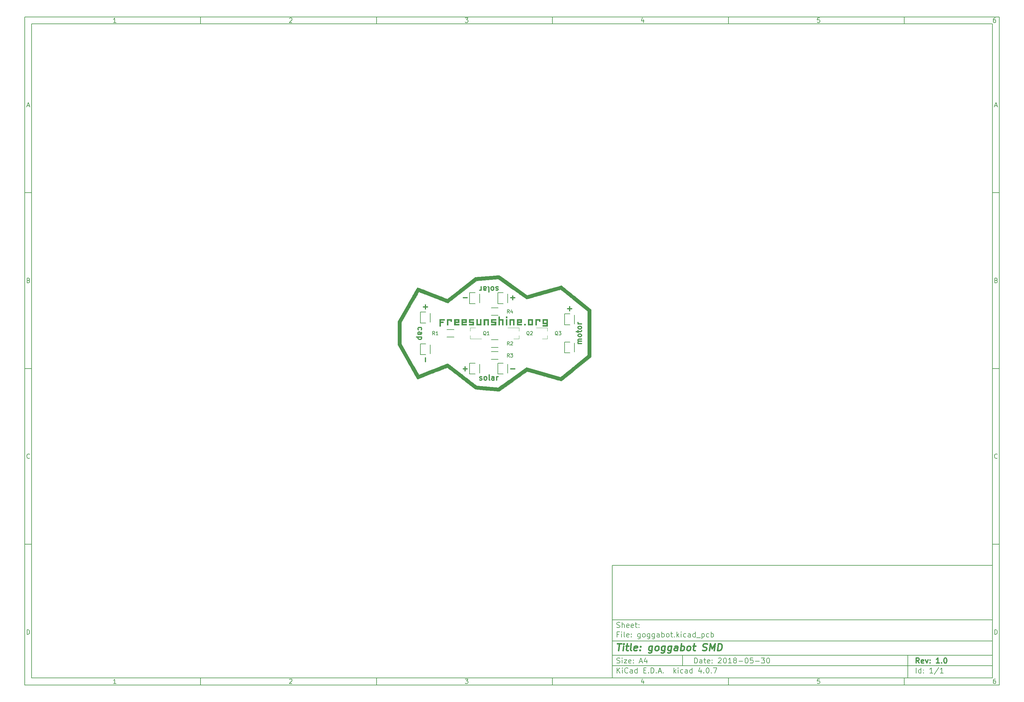
<source format=gbr>
G04 #@! TF.FileFunction,Legend,Top*
%FSLAX46Y46*%
G04 Gerber Fmt 4.6, Leading zero omitted, Abs format (unit mm)*
G04 Created by KiCad (PCBNEW 4.0.7) date 2018 May 30, Wednesday 19:48:18*
%MOMM*%
%LPD*%
G01*
G04 APERTURE LIST*
%ADD10C,0.100000*%
%ADD11C,0.150000*%
%ADD12C,0.300000*%
%ADD13C,0.400000*%
%ADD14C,0.120000*%
%ADD15C,0.010000*%
G04 APERTURE END LIST*
D10*
D11*
X177002200Y-166007200D02*
X177002200Y-198007200D01*
X285002200Y-198007200D01*
X285002200Y-166007200D01*
X177002200Y-166007200D01*
D10*
D11*
X10000000Y-10000000D02*
X10000000Y-200007200D01*
X287002200Y-200007200D01*
X287002200Y-10000000D01*
X10000000Y-10000000D01*
D10*
D11*
X12000000Y-12000000D02*
X12000000Y-198007200D01*
X285002200Y-198007200D01*
X285002200Y-12000000D01*
X12000000Y-12000000D01*
D10*
D11*
X60000000Y-12000000D02*
X60000000Y-10000000D01*
D10*
D11*
X110000000Y-12000000D02*
X110000000Y-10000000D01*
D10*
D11*
X160000000Y-12000000D02*
X160000000Y-10000000D01*
D10*
D11*
X210000000Y-12000000D02*
X210000000Y-10000000D01*
D10*
D11*
X260000000Y-12000000D02*
X260000000Y-10000000D01*
D10*
D11*
X35990476Y-11588095D02*
X35247619Y-11588095D01*
X35619048Y-11588095D02*
X35619048Y-10288095D01*
X35495238Y-10473810D01*
X35371429Y-10597619D01*
X35247619Y-10659524D01*
D10*
D11*
X85247619Y-10411905D02*
X85309524Y-10350000D01*
X85433333Y-10288095D01*
X85742857Y-10288095D01*
X85866667Y-10350000D01*
X85928571Y-10411905D01*
X85990476Y-10535714D01*
X85990476Y-10659524D01*
X85928571Y-10845238D01*
X85185714Y-11588095D01*
X85990476Y-11588095D01*
D10*
D11*
X135185714Y-10288095D02*
X135990476Y-10288095D01*
X135557143Y-10783333D01*
X135742857Y-10783333D01*
X135866667Y-10845238D01*
X135928571Y-10907143D01*
X135990476Y-11030952D01*
X135990476Y-11340476D01*
X135928571Y-11464286D01*
X135866667Y-11526190D01*
X135742857Y-11588095D01*
X135371429Y-11588095D01*
X135247619Y-11526190D01*
X135185714Y-11464286D01*
D10*
D11*
X185866667Y-10721429D02*
X185866667Y-11588095D01*
X185557143Y-10226190D02*
X185247619Y-11154762D01*
X186052381Y-11154762D01*
D10*
D11*
X235928571Y-10288095D02*
X235309524Y-10288095D01*
X235247619Y-10907143D01*
X235309524Y-10845238D01*
X235433333Y-10783333D01*
X235742857Y-10783333D01*
X235866667Y-10845238D01*
X235928571Y-10907143D01*
X235990476Y-11030952D01*
X235990476Y-11340476D01*
X235928571Y-11464286D01*
X235866667Y-11526190D01*
X235742857Y-11588095D01*
X235433333Y-11588095D01*
X235309524Y-11526190D01*
X235247619Y-11464286D01*
D10*
D11*
X285866667Y-10288095D02*
X285619048Y-10288095D01*
X285495238Y-10350000D01*
X285433333Y-10411905D01*
X285309524Y-10597619D01*
X285247619Y-10845238D01*
X285247619Y-11340476D01*
X285309524Y-11464286D01*
X285371429Y-11526190D01*
X285495238Y-11588095D01*
X285742857Y-11588095D01*
X285866667Y-11526190D01*
X285928571Y-11464286D01*
X285990476Y-11340476D01*
X285990476Y-11030952D01*
X285928571Y-10907143D01*
X285866667Y-10845238D01*
X285742857Y-10783333D01*
X285495238Y-10783333D01*
X285371429Y-10845238D01*
X285309524Y-10907143D01*
X285247619Y-11030952D01*
D10*
D11*
X60000000Y-198007200D02*
X60000000Y-200007200D01*
D10*
D11*
X110000000Y-198007200D02*
X110000000Y-200007200D01*
D10*
D11*
X160000000Y-198007200D02*
X160000000Y-200007200D01*
D10*
D11*
X210000000Y-198007200D02*
X210000000Y-200007200D01*
D10*
D11*
X260000000Y-198007200D02*
X260000000Y-200007200D01*
D10*
D11*
X35990476Y-199595295D02*
X35247619Y-199595295D01*
X35619048Y-199595295D02*
X35619048Y-198295295D01*
X35495238Y-198481010D01*
X35371429Y-198604819D01*
X35247619Y-198666724D01*
D10*
D11*
X85247619Y-198419105D02*
X85309524Y-198357200D01*
X85433333Y-198295295D01*
X85742857Y-198295295D01*
X85866667Y-198357200D01*
X85928571Y-198419105D01*
X85990476Y-198542914D01*
X85990476Y-198666724D01*
X85928571Y-198852438D01*
X85185714Y-199595295D01*
X85990476Y-199595295D01*
D10*
D11*
X135185714Y-198295295D02*
X135990476Y-198295295D01*
X135557143Y-198790533D01*
X135742857Y-198790533D01*
X135866667Y-198852438D01*
X135928571Y-198914343D01*
X135990476Y-199038152D01*
X135990476Y-199347676D01*
X135928571Y-199471486D01*
X135866667Y-199533390D01*
X135742857Y-199595295D01*
X135371429Y-199595295D01*
X135247619Y-199533390D01*
X135185714Y-199471486D01*
D10*
D11*
X185866667Y-198728629D02*
X185866667Y-199595295D01*
X185557143Y-198233390D02*
X185247619Y-199161962D01*
X186052381Y-199161962D01*
D10*
D11*
X235928571Y-198295295D02*
X235309524Y-198295295D01*
X235247619Y-198914343D01*
X235309524Y-198852438D01*
X235433333Y-198790533D01*
X235742857Y-198790533D01*
X235866667Y-198852438D01*
X235928571Y-198914343D01*
X235990476Y-199038152D01*
X235990476Y-199347676D01*
X235928571Y-199471486D01*
X235866667Y-199533390D01*
X235742857Y-199595295D01*
X235433333Y-199595295D01*
X235309524Y-199533390D01*
X235247619Y-199471486D01*
D10*
D11*
X285866667Y-198295295D02*
X285619048Y-198295295D01*
X285495238Y-198357200D01*
X285433333Y-198419105D01*
X285309524Y-198604819D01*
X285247619Y-198852438D01*
X285247619Y-199347676D01*
X285309524Y-199471486D01*
X285371429Y-199533390D01*
X285495238Y-199595295D01*
X285742857Y-199595295D01*
X285866667Y-199533390D01*
X285928571Y-199471486D01*
X285990476Y-199347676D01*
X285990476Y-199038152D01*
X285928571Y-198914343D01*
X285866667Y-198852438D01*
X285742857Y-198790533D01*
X285495238Y-198790533D01*
X285371429Y-198852438D01*
X285309524Y-198914343D01*
X285247619Y-199038152D01*
D10*
D11*
X10000000Y-60000000D02*
X12000000Y-60000000D01*
D10*
D11*
X10000000Y-110000000D02*
X12000000Y-110000000D01*
D10*
D11*
X10000000Y-160000000D02*
X12000000Y-160000000D01*
D10*
D11*
X10690476Y-35216667D02*
X11309524Y-35216667D01*
X10566667Y-35588095D02*
X11000000Y-34288095D01*
X11433333Y-35588095D01*
D10*
D11*
X11092857Y-84907143D02*
X11278571Y-84969048D01*
X11340476Y-85030952D01*
X11402381Y-85154762D01*
X11402381Y-85340476D01*
X11340476Y-85464286D01*
X11278571Y-85526190D01*
X11154762Y-85588095D01*
X10659524Y-85588095D01*
X10659524Y-84288095D01*
X11092857Y-84288095D01*
X11216667Y-84350000D01*
X11278571Y-84411905D01*
X11340476Y-84535714D01*
X11340476Y-84659524D01*
X11278571Y-84783333D01*
X11216667Y-84845238D01*
X11092857Y-84907143D01*
X10659524Y-84907143D01*
D10*
D11*
X11402381Y-135464286D02*
X11340476Y-135526190D01*
X11154762Y-135588095D01*
X11030952Y-135588095D01*
X10845238Y-135526190D01*
X10721429Y-135402381D01*
X10659524Y-135278571D01*
X10597619Y-135030952D01*
X10597619Y-134845238D01*
X10659524Y-134597619D01*
X10721429Y-134473810D01*
X10845238Y-134350000D01*
X11030952Y-134288095D01*
X11154762Y-134288095D01*
X11340476Y-134350000D01*
X11402381Y-134411905D01*
D10*
D11*
X10659524Y-185588095D02*
X10659524Y-184288095D01*
X10969048Y-184288095D01*
X11154762Y-184350000D01*
X11278571Y-184473810D01*
X11340476Y-184597619D01*
X11402381Y-184845238D01*
X11402381Y-185030952D01*
X11340476Y-185278571D01*
X11278571Y-185402381D01*
X11154762Y-185526190D01*
X10969048Y-185588095D01*
X10659524Y-185588095D01*
D10*
D11*
X287002200Y-60000000D02*
X285002200Y-60000000D01*
D10*
D11*
X287002200Y-110000000D02*
X285002200Y-110000000D01*
D10*
D11*
X287002200Y-160000000D02*
X285002200Y-160000000D01*
D10*
D11*
X285692676Y-35216667D02*
X286311724Y-35216667D01*
X285568867Y-35588095D02*
X286002200Y-34288095D01*
X286435533Y-35588095D01*
D10*
D11*
X286095057Y-84907143D02*
X286280771Y-84969048D01*
X286342676Y-85030952D01*
X286404581Y-85154762D01*
X286404581Y-85340476D01*
X286342676Y-85464286D01*
X286280771Y-85526190D01*
X286156962Y-85588095D01*
X285661724Y-85588095D01*
X285661724Y-84288095D01*
X286095057Y-84288095D01*
X286218867Y-84350000D01*
X286280771Y-84411905D01*
X286342676Y-84535714D01*
X286342676Y-84659524D01*
X286280771Y-84783333D01*
X286218867Y-84845238D01*
X286095057Y-84907143D01*
X285661724Y-84907143D01*
D10*
D11*
X286404581Y-135464286D02*
X286342676Y-135526190D01*
X286156962Y-135588095D01*
X286033152Y-135588095D01*
X285847438Y-135526190D01*
X285723629Y-135402381D01*
X285661724Y-135278571D01*
X285599819Y-135030952D01*
X285599819Y-134845238D01*
X285661724Y-134597619D01*
X285723629Y-134473810D01*
X285847438Y-134350000D01*
X286033152Y-134288095D01*
X286156962Y-134288095D01*
X286342676Y-134350000D01*
X286404581Y-134411905D01*
D10*
D11*
X285661724Y-185588095D02*
X285661724Y-184288095D01*
X285971248Y-184288095D01*
X286156962Y-184350000D01*
X286280771Y-184473810D01*
X286342676Y-184597619D01*
X286404581Y-184845238D01*
X286404581Y-185030952D01*
X286342676Y-185278571D01*
X286280771Y-185402381D01*
X286156962Y-185526190D01*
X285971248Y-185588095D01*
X285661724Y-185588095D01*
D10*
D11*
X200359343Y-193785771D02*
X200359343Y-192285771D01*
X200716486Y-192285771D01*
X200930771Y-192357200D01*
X201073629Y-192500057D01*
X201145057Y-192642914D01*
X201216486Y-192928629D01*
X201216486Y-193142914D01*
X201145057Y-193428629D01*
X201073629Y-193571486D01*
X200930771Y-193714343D01*
X200716486Y-193785771D01*
X200359343Y-193785771D01*
X202502200Y-193785771D02*
X202502200Y-193000057D01*
X202430771Y-192857200D01*
X202287914Y-192785771D01*
X202002200Y-192785771D01*
X201859343Y-192857200D01*
X202502200Y-193714343D02*
X202359343Y-193785771D01*
X202002200Y-193785771D01*
X201859343Y-193714343D01*
X201787914Y-193571486D01*
X201787914Y-193428629D01*
X201859343Y-193285771D01*
X202002200Y-193214343D01*
X202359343Y-193214343D01*
X202502200Y-193142914D01*
X203002200Y-192785771D02*
X203573629Y-192785771D01*
X203216486Y-192285771D02*
X203216486Y-193571486D01*
X203287914Y-193714343D01*
X203430772Y-193785771D01*
X203573629Y-193785771D01*
X204645057Y-193714343D02*
X204502200Y-193785771D01*
X204216486Y-193785771D01*
X204073629Y-193714343D01*
X204002200Y-193571486D01*
X204002200Y-193000057D01*
X204073629Y-192857200D01*
X204216486Y-192785771D01*
X204502200Y-192785771D01*
X204645057Y-192857200D01*
X204716486Y-193000057D01*
X204716486Y-193142914D01*
X204002200Y-193285771D01*
X205359343Y-193642914D02*
X205430771Y-193714343D01*
X205359343Y-193785771D01*
X205287914Y-193714343D01*
X205359343Y-193642914D01*
X205359343Y-193785771D01*
X205359343Y-192857200D02*
X205430771Y-192928629D01*
X205359343Y-193000057D01*
X205287914Y-192928629D01*
X205359343Y-192857200D01*
X205359343Y-193000057D01*
X207145057Y-192428629D02*
X207216486Y-192357200D01*
X207359343Y-192285771D01*
X207716486Y-192285771D01*
X207859343Y-192357200D01*
X207930772Y-192428629D01*
X208002200Y-192571486D01*
X208002200Y-192714343D01*
X207930772Y-192928629D01*
X207073629Y-193785771D01*
X208002200Y-193785771D01*
X208930771Y-192285771D02*
X209073628Y-192285771D01*
X209216485Y-192357200D01*
X209287914Y-192428629D01*
X209359343Y-192571486D01*
X209430771Y-192857200D01*
X209430771Y-193214343D01*
X209359343Y-193500057D01*
X209287914Y-193642914D01*
X209216485Y-193714343D01*
X209073628Y-193785771D01*
X208930771Y-193785771D01*
X208787914Y-193714343D01*
X208716485Y-193642914D01*
X208645057Y-193500057D01*
X208573628Y-193214343D01*
X208573628Y-192857200D01*
X208645057Y-192571486D01*
X208716485Y-192428629D01*
X208787914Y-192357200D01*
X208930771Y-192285771D01*
X210859342Y-193785771D02*
X210002199Y-193785771D01*
X210430771Y-193785771D02*
X210430771Y-192285771D01*
X210287914Y-192500057D01*
X210145056Y-192642914D01*
X210002199Y-192714343D01*
X211716485Y-192928629D02*
X211573627Y-192857200D01*
X211502199Y-192785771D01*
X211430770Y-192642914D01*
X211430770Y-192571486D01*
X211502199Y-192428629D01*
X211573627Y-192357200D01*
X211716485Y-192285771D01*
X212002199Y-192285771D01*
X212145056Y-192357200D01*
X212216485Y-192428629D01*
X212287913Y-192571486D01*
X212287913Y-192642914D01*
X212216485Y-192785771D01*
X212145056Y-192857200D01*
X212002199Y-192928629D01*
X211716485Y-192928629D01*
X211573627Y-193000057D01*
X211502199Y-193071486D01*
X211430770Y-193214343D01*
X211430770Y-193500057D01*
X211502199Y-193642914D01*
X211573627Y-193714343D01*
X211716485Y-193785771D01*
X212002199Y-193785771D01*
X212145056Y-193714343D01*
X212216485Y-193642914D01*
X212287913Y-193500057D01*
X212287913Y-193214343D01*
X212216485Y-193071486D01*
X212145056Y-193000057D01*
X212002199Y-192928629D01*
X212930770Y-193214343D02*
X214073627Y-193214343D01*
X215073627Y-192285771D02*
X215216484Y-192285771D01*
X215359341Y-192357200D01*
X215430770Y-192428629D01*
X215502199Y-192571486D01*
X215573627Y-192857200D01*
X215573627Y-193214343D01*
X215502199Y-193500057D01*
X215430770Y-193642914D01*
X215359341Y-193714343D01*
X215216484Y-193785771D01*
X215073627Y-193785771D01*
X214930770Y-193714343D01*
X214859341Y-193642914D01*
X214787913Y-193500057D01*
X214716484Y-193214343D01*
X214716484Y-192857200D01*
X214787913Y-192571486D01*
X214859341Y-192428629D01*
X214930770Y-192357200D01*
X215073627Y-192285771D01*
X216930770Y-192285771D02*
X216216484Y-192285771D01*
X216145055Y-193000057D01*
X216216484Y-192928629D01*
X216359341Y-192857200D01*
X216716484Y-192857200D01*
X216859341Y-192928629D01*
X216930770Y-193000057D01*
X217002198Y-193142914D01*
X217002198Y-193500057D01*
X216930770Y-193642914D01*
X216859341Y-193714343D01*
X216716484Y-193785771D01*
X216359341Y-193785771D01*
X216216484Y-193714343D01*
X216145055Y-193642914D01*
X217645055Y-193214343D02*
X218787912Y-193214343D01*
X219359341Y-192285771D02*
X220287912Y-192285771D01*
X219787912Y-192857200D01*
X220002198Y-192857200D01*
X220145055Y-192928629D01*
X220216484Y-193000057D01*
X220287912Y-193142914D01*
X220287912Y-193500057D01*
X220216484Y-193642914D01*
X220145055Y-193714343D01*
X220002198Y-193785771D01*
X219573626Y-193785771D01*
X219430769Y-193714343D01*
X219359341Y-193642914D01*
X221216483Y-192285771D02*
X221359340Y-192285771D01*
X221502197Y-192357200D01*
X221573626Y-192428629D01*
X221645055Y-192571486D01*
X221716483Y-192857200D01*
X221716483Y-193214343D01*
X221645055Y-193500057D01*
X221573626Y-193642914D01*
X221502197Y-193714343D01*
X221359340Y-193785771D01*
X221216483Y-193785771D01*
X221073626Y-193714343D01*
X221002197Y-193642914D01*
X220930769Y-193500057D01*
X220859340Y-193214343D01*
X220859340Y-192857200D01*
X220930769Y-192571486D01*
X221002197Y-192428629D01*
X221073626Y-192357200D01*
X221216483Y-192285771D01*
D10*
D11*
X177002200Y-194507200D02*
X285002200Y-194507200D01*
D10*
D11*
X178359343Y-196585771D02*
X178359343Y-195085771D01*
X179216486Y-196585771D02*
X178573629Y-195728629D01*
X179216486Y-195085771D02*
X178359343Y-195942914D01*
X179859343Y-196585771D02*
X179859343Y-195585771D01*
X179859343Y-195085771D02*
X179787914Y-195157200D01*
X179859343Y-195228629D01*
X179930771Y-195157200D01*
X179859343Y-195085771D01*
X179859343Y-195228629D01*
X181430772Y-196442914D02*
X181359343Y-196514343D01*
X181145057Y-196585771D01*
X181002200Y-196585771D01*
X180787915Y-196514343D01*
X180645057Y-196371486D01*
X180573629Y-196228629D01*
X180502200Y-195942914D01*
X180502200Y-195728629D01*
X180573629Y-195442914D01*
X180645057Y-195300057D01*
X180787915Y-195157200D01*
X181002200Y-195085771D01*
X181145057Y-195085771D01*
X181359343Y-195157200D01*
X181430772Y-195228629D01*
X182716486Y-196585771D02*
X182716486Y-195800057D01*
X182645057Y-195657200D01*
X182502200Y-195585771D01*
X182216486Y-195585771D01*
X182073629Y-195657200D01*
X182716486Y-196514343D02*
X182573629Y-196585771D01*
X182216486Y-196585771D01*
X182073629Y-196514343D01*
X182002200Y-196371486D01*
X182002200Y-196228629D01*
X182073629Y-196085771D01*
X182216486Y-196014343D01*
X182573629Y-196014343D01*
X182716486Y-195942914D01*
X184073629Y-196585771D02*
X184073629Y-195085771D01*
X184073629Y-196514343D02*
X183930772Y-196585771D01*
X183645058Y-196585771D01*
X183502200Y-196514343D01*
X183430772Y-196442914D01*
X183359343Y-196300057D01*
X183359343Y-195871486D01*
X183430772Y-195728629D01*
X183502200Y-195657200D01*
X183645058Y-195585771D01*
X183930772Y-195585771D01*
X184073629Y-195657200D01*
X185930772Y-195800057D02*
X186430772Y-195800057D01*
X186645058Y-196585771D02*
X185930772Y-196585771D01*
X185930772Y-195085771D01*
X186645058Y-195085771D01*
X187287915Y-196442914D02*
X187359343Y-196514343D01*
X187287915Y-196585771D01*
X187216486Y-196514343D01*
X187287915Y-196442914D01*
X187287915Y-196585771D01*
X188002201Y-196585771D02*
X188002201Y-195085771D01*
X188359344Y-195085771D01*
X188573629Y-195157200D01*
X188716487Y-195300057D01*
X188787915Y-195442914D01*
X188859344Y-195728629D01*
X188859344Y-195942914D01*
X188787915Y-196228629D01*
X188716487Y-196371486D01*
X188573629Y-196514343D01*
X188359344Y-196585771D01*
X188002201Y-196585771D01*
X189502201Y-196442914D02*
X189573629Y-196514343D01*
X189502201Y-196585771D01*
X189430772Y-196514343D01*
X189502201Y-196442914D01*
X189502201Y-196585771D01*
X190145058Y-196157200D02*
X190859344Y-196157200D01*
X190002201Y-196585771D02*
X190502201Y-195085771D01*
X191002201Y-196585771D01*
X191502201Y-196442914D02*
X191573629Y-196514343D01*
X191502201Y-196585771D01*
X191430772Y-196514343D01*
X191502201Y-196442914D01*
X191502201Y-196585771D01*
X194502201Y-196585771D02*
X194502201Y-195085771D01*
X194645058Y-196014343D02*
X195073629Y-196585771D01*
X195073629Y-195585771D02*
X194502201Y-196157200D01*
X195716487Y-196585771D02*
X195716487Y-195585771D01*
X195716487Y-195085771D02*
X195645058Y-195157200D01*
X195716487Y-195228629D01*
X195787915Y-195157200D01*
X195716487Y-195085771D01*
X195716487Y-195228629D01*
X197073630Y-196514343D02*
X196930773Y-196585771D01*
X196645059Y-196585771D01*
X196502201Y-196514343D01*
X196430773Y-196442914D01*
X196359344Y-196300057D01*
X196359344Y-195871486D01*
X196430773Y-195728629D01*
X196502201Y-195657200D01*
X196645059Y-195585771D01*
X196930773Y-195585771D01*
X197073630Y-195657200D01*
X198359344Y-196585771D02*
X198359344Y-195800057D01*
X198287915Y-195657200D01*
X198145058Y-195585771D01*
X197859344Y-195585771D01*
X197716487Y-195657200D01*
X198359344Y-196514343D02*
X198216487Y-196585771D01*
X197859344Y-196585771D01*
X197716487Y-196514343D01*
X197645058Y-196371486D01*
X197645058Y-196228629D01*
X197716487Y-196085771D01*
X197859344Y-196014343D01*
X198216487Y-196014343D01*
X198359344Y-195942914D01*
X199716487Y-196585771D02*
X199716487Y-195085771D01*
X199716487Y-196514343D02*
X199573630Y-196585771D01*
X199287916Y-196585771D01*
X199145058Y-196514343D01*
X199073630Y-196442914D01*
X199002201Y-196300057D01*
X199002201Y-195871486D01*
X199073630Y-195728629D01*
X199145058Y-195657200D01*
X199287916Y-195585771D01*
X199573630Y-195585771D01*
X199716487Y-195657200D01*
X202216487Y-195585771D02*
X202216487Y-196585771D01*
X201859344Y-195014343D02*
X201502201Y-196085771D01*
X202430773Y-196085771D01*
X203002201Y-196442914D02*
X203073629Y-196514343D01*
X203002201Y-196585771D01*
X202930772Y-196514343D01*
X203002201Y-196442914D01*
X203002201Y-196585771D01*
X204002201Y-195085771D02*
X204145058Y-195085771D01*
X204287915Y-195157200D01*
X204359344Y-195228629D01*
X204430773Y-195371486D01*
X204502201Y-195657200D01*
X204502201Y-196014343D01*
X204430773Y-196300057D01*
X204359344Y-196442914D01*
X204287915Y-196514343D01*
X204145058Y-196585771D01*
X204002201Y-196585771D01*
X203859344Y-196514343D01*
X203787915Y-196442914D01*
X203716487Y-196300057D01*
X203645058Y-196014343D01*
X203645058Y-195657200D01*
X203716487Y-195371486D01*
X203787915Y-195228629D01*
X203859344Y-195157200D01*
X204002201Y-195085771D01*
X205145058Y-196442914D02*
X205216486Y-196514343D01*
X205145058Y-196585771D01*
X205073629Y-196514343D01*
X205145058Y-196442914D01*
X205145058Y-196585771D01*
X205716487Y-195085771D02*
X206716487Y-195085771D01*
X206073630Y-196585771D01*
D10*
D11*
X177002200Y-191507200D02*
X285002200Y-191507200D01*
D10*
D12*
X264216486Y-193785771D02*
X263716486Y-193071486D01*
X263359343Y-193785771D02*
X263359343Y-192285771D01*
X263930771Y-192285771D01*
X264073629Y-192357200D01*
X264145057Y-192428629D01*
X264216486Y-192571486D01*
X264216486Y-192785771D01*
X264145057Y-192928629D01*
X264073629Y-193000057D01*
X263930771Y-193071486D01*
X263359343Y-193071486D01*
X265430771Y-193714343D02*
X265287914Y-193785771D01*
X265002200Y-193785771D01*
X264859343Y-193714343D01*
X264787914Y-193571486D01*
X264787914Y-193000057D01*
X264859343Y-192857200D01*
X265002200Y-192785771D01*
X265287914Y-192785771D01*
X265430771Y-192857200D01*
X265502200Y-193000057D01*
X265502200Y-193142914D01*
X264787914Y-193285771D01*
X266002200Y-192785771D02*
X266359343Y-193785771D01*
X266716485Y-192785771D01*
X267287914Y-193642914D02*
X267359342Y-193714343D01*
X267287914Y-193785771D01*
X267216485Y-193714343D01*
X267287914Y-193642914D01*
X267287914Y-193785771D01*
X267287914Y-192857200D02*
X267359342Y-192928629D01*
X267287914Y-193000057D01*
X267216485Y-192928629D01*
X267287914Y-192857200D01*
X267287914Y-193000057D01*
X269930771Y-193785771D02*
X269073628Y-193785771D01*
X269502200Y-193785771D02*
X269502200Y-192285771D01*
X269359343Y-192500057D01*
X269216485Y-192642914D01*
X269073628Y-192714343D01*
X270573628Y-193642914D02*
X270645056Y-193714343D01*
X270573628Y-193785771D01*
X270502199Y-193714343D01*
X270573628Y-193642914D01*
X270573628Y-193785771D01*
X271573628Y-192285771D02*
X271716485Y-192285771D01*
X271859342Y-192357200D01*
X271930771Y-192428629D01*
X272002200Y-192571486D01*
X272073628Y-192857200D01*
X272073628Y-193214343D01*
X272002200Y-193500057D01*
X271930771Y-193642914D01*
X271859342Y-193714343D01*
X271716485Y-193785771D01*
X271573628Y-193785771D01*
X271430771Y-193714343D01*
X271359342Y-193642914D01*
X271287914Y-193500057D01*
X271216485Y-193214343D01*
X271216485Y-192857200D01*
X271287914Y-192571486D01*
X271359342Y-192428629D01*
X271430771Y-192357200D01*
X271573628Y-192285771D01*
D10*
D11*
X178287914Y-193714343D02*
X178502200Y-193785771D01*
X178859343Y-193785771D01*
X179002200Y-193714343D01*
X179073629Y-193642914D01*
X179145057Y-193500057D01*
X179145057Y-193357200D01*
X179073629Y-193214343D01*
X179002200Y-193142914D01*
X178859343Y-193071486D01*
X178573629Y-193000057D01*
X178430771Y-192928629D01*
X178359343Y-192857200D01*
X178287914Y-192714343D01*
X178287914Y-192571486D01*
X178359343Y-192428629D01*
X178430771Y-192357200D01*
X178573629Y-192285771D01*
X178930771Y-192285771D01*
X179145057Y-192357200D01*
X179787914Y-193785771D02*
X179787914Y-192785771D01*
X179787914Y-192285771D02*
X179716485Y-192357200D01*
X179787914Y-192428629D01*
X179859342Y-192357200D01*
X179787914Y-192285771D01*
X179787914Y-192428629D01*
X180359343Y-192785771D02*
X181145057Y-192785771D01*
X180359343Y-193785771D01*
X181145057Y-193785771D01*
X182287914Y-193714343D02*
X182145057Y-193785771D01*
X181859343Y-193785771D01*
X181716486Y-193714343D01*
X181645057Y-193571486D01*
X181645057Y-193000057D01*
X181716486Y-192857200D01*
X181859343Y-192785771D01*
X182145057Y-192785771D01*
X182287914Y-192857200D01*
X182359343Y-193000057D01*
X182359343Y-193142914D01*
X181645057Y-193285771D01*
X183002200Y-193642914D02*
X183073628Y-193714343D01*
X183002200Y-193785771D01*
X182930771Y-193714343D01*
X183002200Y-193642914D01*
X183002200Y-193785771D01*
X183002200Y-192857200D02*
X183073628Y-192928629D01*
X183002200Y-193000057D01*
X182930771Y-192928629D01*
X183002200Y-192857200D01*
X183002200Y-193000057D01*
X184787914Y-193357200D02*
X185502200Y-193357200D01*
X184645057Y-193785771D02*
X185145057Y-192285771D01*
X185645057Y-193785771D01*
X186787914Y-192785771D02*
X186787914Y-193785771D01*
X186430771Y-192214343D02*
X186073628Y-193285771D01*
X187002200Y-193285771D01*
D10*
D11*
X263359343Y-196585771D02*
X263359343Y-195085771D01*
X264716486Y-196585771D02*
X264716486Y-195085771D01*
X264716486Y-196514343D02*
X264573629Y-196585771D01*
X264287915Y-196585771D01*
X264145057Y-196514343D01*
X264073629Y-196442914D01*
X264002200Y-196300057D01*
X264002200Y-195871486D01*
X264073629Y-195728629D01*
X264145057Y-195657200D01*
X264287915Y-195585771D01*
X264573629Y-195585771D01*
X264716486Y-195657200D01*
X265430772Y-196442914D02*
X265502200Y-196514343D01*
X265430772Y-196585771D01*
X265359343Y-196514343D01*
X265430772Y-196442914D01*
X265430772Y-196585771D01*
X265430772Y-195657200D02*
X265502200Y-195728629D01*
X265430772Y-195800057D01*
X265359343Y-195728629D01*
X265430772Y-195657200D01*
X265430772Y-195800057D01*
X268073629Y-196585771D02*
X267216486Y-196585771D01*
X267645058Y-196585771D02*
X267645058Y-195085771D01*
X267502201Y-195300057D01*
X267359343Y-195442914D01*
X267216486Y-195514343D01*
X269787914Y-195014343D02*
X268502200Y-196942914D01*
X271073629Y-196585771D02*
X270216486Y-196585771D01*
X270645058Y-196585771D02*
X270645058Y-195085771D01*
X270502201Y-195300057D01*
X270359343Y-195442914D01*
X270216486Y-195514343D01*
D10*
D11*
X177002200Y-187507200D02*
X285002200Y-187507200D01*
D10*
D13*
X178454581Y-188211962D02*
X179597438Y-188211962D01*
X178776010Y-190211962D02*
X179026010Y-188211962D01*
X180014105Y-190211962D02*
X180180771Y-188878629D01*
X180264105Y-188211962D02*
X180156962Y-188307200D01*
X180240295Y-188402438D01*
X180347439Y-188307200D01*
X180264105Y-188211962D01*
X180240295Y-188402438D01*
X180847438Y-188878629D02*
X181609343Y-188878629D01*
X181216486Y-188211962D02*
X181002200Y-189926248D01*
X181073630Y-190116724D01*
X181252201Y-190211962D01*
X181442677Y-190211962D01*
X182395058Y-190211962D02*
X182216487Y-190116724D01*
X182145057Y-189926248D01*
X182359343Y-188211962D01*
X183930772Y-190116724D02*
X183728391Y-190211962D01*
X183347439Y-190211962D01*
X183168867Y-190116724D01*
X183097438Y-189926248D01*
X183192676Y-189164343D01*
X183311724Y-188973867D01*
X183514105Y-188878629D01*
X183895057Y-188878629D01*
X184073629Y-188973867D01*
X184145057Y-189164343D01*
X184121248Y-189354819D01*
X183145057Y-189545295D01*
X184895057Y-190021486D02*
X184978392Y-190116724D01*
X184871248Y-190211962D01*
X184787915Y-190116724D01*
X184895057Y-190021486D01*
X184871248Y-190211962D01*
X185026010Y-188973867D02*
X185109344Y-189069105D01*
X185002200Y-189164343D01*
X184918867Y-189069105D01*
X185026010Y-188973867D01*
X185002200Y-189164343D01*
X188371248Y-188878629D02*
X188168867Y-190497676D01*
X188049820Y-190688152D01*
X187942677Y-190783390D01*
X187740296Y-190878629D01*
X187454582Y-190878629D01*
X187276010Y-190783390D01*
X188216487Y-190116724D02*
X188014106Y-190211962D01*
X187633154Y-190211962D01*
X187454583Y-190116724D01*
X187371248Y-190021486D01*
X187299820Y-189831010D01*
X187371248Y-189259581D01*
X187490296Y-189069105D01*
X187597440Y-188973867D01*
X187799820Y-188878629D01*
X188180772Y-188878629D01*
X188359344Y-188973867D01*
X189442678Y-190211962D02*
X189264107Y-190116724D01*
X189180772Y-190021486D01*
X189109344Y-189831010D01*
X189180772Y-189259581D01*
X189299820Y-189069105D01*
X189406964Y-188973867D01*
X189609344Y-188878629D01*
X189895058Y-188878629D01*
X190073630Y-188973867D01*
X190156963Y-189069105D01*
X190228391Y-189259581D01*
X190156963Y-189831010D01*
X190037915Y-190021486D01*
X189930773Y-190116724D01*
X189728392Y-190211962D01*
X189442678Y-190211962D01*
X191990296Y-188878629D02*
X191787915Y-190497676D01*
X191668868Y-190688152D01*
X191561725Y-190783390D01*
X191359344Y-190878629D01*
X191073630Y-190878629D01*
X190895058Y-190783390D01*
X191835535Y-190116724D02*
X191633154Y-190211962D01*
X191252202Y-190211962D01*
X191073631Y-190116724D01*
X190990296Y-190021486D01*
X190918868Y-189831010D01*
X190990296Y-189259581D01*
X191109344Y-189069105D01*
X191216488Y-188973867D01*
X191418868Y-188878629D01*
X191799820Y-188878629D01*
X191978392Y-188973867D01*
X193799820Y-188878629D02*
X193597439Y-190497676D01*
X193478392Y-190688152D01*
X193371249Y-190783390D01*
X193168868Y-190878629D01*
X192883154Y-190878629D01*
X192704582Y-190783390D01*
X193645059Y-190116724D02*
X193442678Y-190211962D01*
X193061726Y-190211962D01*
X192883155Y-190116724D01*
X192799820Y-190021486D01*
X192728392Y-189831010D01*
X192799820Y-189259581D01*
X192918868Y-189069105D01*
X193026012Y-188973867D01*
X193228392Y-188878629D01*
X193609344Y-188878629D01*
X193787916Y-188973867D01*
X195442678Y-190211962D02*
X195573630Y-189164343D01*
X195502202Y-188973867D01*
X195323630Y-188878629D01*
X194942678Y-188878629D01*
X194740297Y-188973867D01*
X195454583Y-190116724D02*
X195252202Y-190211962D01*
X194776012Y-190211962D01*
X194597440Y-190116724D01*
X194526011Y-189926248D01*
X194549821Y-189735771D01*
X194668868Y-189545295D01*
X194871250Y-189450057D01*
X195347440Y-189450057D01*
X195549821Y-189354819D01*
X196395059Y-190211962D02*
X196645059Y-188211962D01*
X196549821Y-188973867D02*
X196752202Y-188878629D01*
X197133154Y-188878629D01*
X197311726Y-188973867D01*
X197395059Y-189069105D01*
X197466487Y-189259581D01*
X197395059Y-189831010D01*
X197276011Y-190021486D01*
X197168869Y-190116724D01*
X196966488Y-190211962D01*
X196585536Y-190211962D01*
X196406964Y-190116724D01*
X198490298Y-190211962D02*
X198311727Y-190116724D01*
X198228392Y-190021486D01*
X198156964Y-189831010D01*
X198228392Y-189259581D01*
X198347440Y-189069105D01*
X198454584Y-188973867D01*
X198656964Y-188878629D01*
X198942678Y-188878629D01*
X199121250Y-188973867D01*
X199204583Y-189069105D01*
X199276011Y-189259581D01*
X199204583Y-189831010D01*
X199085535Y-190021486D01*
X198978393Y-190116724D01*
X198776012Y-190211962D01*
X198490298Y-190211962D01*
X199895059Y-188878629D02*
X200656964Y-188878629D01*
X200264107Y-188211962D02*
X200049821Y-189926248D01*
X200121251Y-190116724D01*
X200299822Y-190211962D01*
X200490298Y-190211962D01*
X202597441Y-190116724D02*
X202871251Y-190211962D01*
X203347441Y-190211962D01*
X203549822Y-190116724D01*
X203656964Y-190021486D01*
X203776013Y-189831010D01*
X203799822Y-189640533D01*
X203728393Y-189450057D01*
X203645060Y-189354819D01*
X203466488Y-189259581D01*
X203097441Y-189164343D01*
X202918870Y-189069105D01*
X202835536Y-188973867D01*
X202764107Y-188783390D01*
X202787917Y-188592914D01*
X202906964Y-188402438D01*
X203014108Y-188307200D01*
X203216489Y-188211962D01*
X203692679Y-188211962D01*
X203966489Y-188307200D01*
X204585536Y-190211962D02*
X204835536Y-188211962D01*
X205323631Y-189640533D01*
X206168870Y-188211962D01*
X205918870Y-190211962D01*
X206871250Y-190211962D02*
X207121250Y-188211962D01*
X207597441Y-188211962D01*
X207871250Y-188307200D01*
X208037917Y-188497676D01*
X208109346Y-188688152D01*
X208156965Y-189069105D01*
X208121251Y-189354819D01*
X207978394Y-189735771D01*
X207859345Y-189926248D01*
X207645060Y-190116724D01*
X207347441Y-190211962D01*
X206871250Y-190211962D01*
D10*
D11*
X178859343Y-185600057D02*
X178359343Y-185600057D01*
X178359343Y-186385771D02*
X178359343Y-184885771D01*
X179073629Y-184885771D01*
X179645057Y-186385771D02*
X179645057Y-185385771D01*
X179645057Y-184885771D02*
X179573628Y-184957200D01*
X179645057Y-185028629D01*
X179716485Y-184957200D01*
X179645057Y-184885771D01*
X179645057Y-185028629D01*
X180573629Y-186385771D02*
X180430771Y-186314343D01*
X180359343Y-186171486D01*
X180359343Y-184885771D01*
X181716485Y-186314343D02*
X181573628Y-186385771D01*
X181287914Y-186385771D01*
X181145057Y-186314343D01*
X181073628Y-186171486D01*
X181073628Y-185600057D01*
X181145057Y-185457200D01*
X181287914Y-185385771D01*
X181573628Y-185385771D01*
X181716485Y-185457200D01*
X181787914Y-185600057D01*
X181787914Y-185742914D01*
X181073628Y-185885771D01*
X182430771Y-186242914D02*
X182502199Y-186314343D01*
X182430771Y-186385771D01*
X182359342Y-186314343D01*
X182430771Y-186242914D01*
X182430771Y-186385771D01*
X182430771Y-185457200D02*
X182502199Y-185528629D01*
X182430771Y-185600057D01*
X182359342Y-185528629D01*
X182430771Y-185457200D01*
X182430771Y-185600057D01*
X184930771Y-185385771D02*
X184930771Y-186600057D01*
X184859342Y-186742914D01*
X184787914Y-186814343D01*
X184645057Y-186885771D01*
X184430771Y-186885771D01*
X184287914Y-186814343D01*
X184930771Y-186314343D02*
X184787914Y-186385771D01*
X184502200Y-186385771D01*
X184359342Y-186314343D01*
X184287914Y-186242914D01*
X184216485Y-186100057D01*
X184216485Y-185671486D01*
X184287914Y-185528629D01*
X184359342Y-185457200D01*
X184502200Y-185385771D01*
X184787914Y-185385771D01*
X184930771Y-185457200D01*
X185859343Y-186385771D02*
X185716485Y-186314343D01*
X185645057Y-186242914D01*
X185573628Y-186100057D01*
X185573628Y-185671486D01*
X185645057Y-185528629D01*
X185716485Y-185457200D01*
X185859343Y-185385771D01*
X186073628Y-185385771D01*
X186216485Y-185457200D01*
X186287914Y-185528629D01*
X186359343Y-185671486D01*
X186359343Y-186100057D01*
X186287914Y-186242914D01*
X186216485Y-186314343D01*
X186073628Y-186385771D01*
X185859343Y-186385771D01*
X187645057Y-185385771D02*
X187645057Y-186600057D01*
X187573628Y-186742914D01*
X187502200Y-186814343D01*
X187359343Y-186885771D01*
X187145057Y-186885771D01*
X187002200Y-186814343D01*
X187645057Y-186314343D02*
X187502200Y-186385771D01*
X187216486Y-186385771D01*
X187073628Y-186314343D01*
X187002200Y-186242914D01*
X186930771Y-186100057D01*
X186930771Y-185671486D01*
X187002200Y-185528629D01*
X187073628Y-185457200D01*
X187216486Y-185385771D01*
X187502200Y-185385771D01*
X187645057Y-185457200D01*
X189002200Y-185385771D02*
X189002200Y-186600057D01*
X188930771Y-186742914D01*
X188859343Y-186814343D01*
X188716486Y-186885771D01*
X188502200Y-186885771D01*
X188359343Y-186814343D01*
X189002200Y-186314343D02*
X188859343Y-186385771D01*
X188573629Y-186385771D01*
X188430771Y-186314343D01*
X188359343Y-186242914D01*
X188287914Y-186100057D01*
X188287914Y-185671486D01*
X188359343Y-185528629D01*
X188430771Y-185457200D01*
X188573629Y-185385771D01*
X188859343Y-185385771D01*
X189002200Y-185457200D01*
X190359343Y-186385771D02*
X190359343Y-185600057D01*
X190287914Y-185457200D01*
X190145057Y-185385771D01*
X189859343Y-185385771D01*
X189716486Y-185457200D01*
X190359343Y-186314343D02*
X190216486Y-186385771D01*
X189859343Y-186385771D01*
X189716486Y-186314343D01*
X189645057Y-186171486D01*
X189645057Y-186028629D01*
X189716486Y-185885771D01*
X189859343Y-185814343D01*
X190216486Y-185814343D01*
X190359343Y-185742914D01*
X191073629Y-186385771D02*
X191073629Y-184885771D01*
X191073629Y-185457200D02*
X191216486Y-185385771D01*
X191502200Y-185385771D01*
X191645057Y-185457200D01*
X191716486Y-185528629D01*
X191787915Y-185671486D01*
X191787915Y-186100057D01*
X191716486Y-186242914D01*
X191645057Y-186314343D01*
X191502200Y-186385771D01*
X191216486Y-186385771D01*
X191073629Y-186314343D01*
X192645058Y-186385771D02*
X192502200Y-186314343D01*
X192430772Y-186242914D01*
X192359343Y-186100057D01*
X192359343Y-185671486D01*
X192430772Y-185528629D01*
X192502200Y-185457200D01*
X192645058Y-185385771D01*
X192859343Y-185385771D01*
X193002200Y-185457200D01*
X193073629Y-185528629D01*
X193145058Y-185671486D01*
X193145058Y-186100057D01*
X193073629Y-186242914D01*
X193002200Y-186314343D01*
X192859343Y-186385771D01*
X192645058Y-186385771D01*
X193573629Y-185385771D02*
X194145058Y-185385771D01*
X193787915Y-184885771D02*
X193787915Y-186171486D01*
X193859343Y-186314343D01*
X194002201Y-186385771D01*
X194145058Y-186385771D01*
X194645058Y-186242914D02*
X194716486Y-186314343D01*
X194645058Y-186385771D01*
X194573629Y-186314343D01*
X194645058Y-186242914D01*
X194645058Y-186385771D01*
X195359344Y-186385771D02*
X195359344Y-184885771D01*
X195502201Y-185814343D02*
X195930772Y-186385771D01*
X195930772Y-185385771D02*
X195359344Y-185957200D01*
X196573630Y-186385771D02*
X196573630Y-185385771D01*
X196573630Y-184885771D02*
X196502201Y-184957200D01*
X196573630Y-185028629D01*
X196645058Y-184957200D01*
X196573630Y-184885771D01*
X196573630Y-185028629D01*
X197930773Y-186314343D02*
X197787916Y-186385771D01*
X197502202Y-186385771D01*
X197359344Y-186314343D01*
X197287916Y-186242914D01*
X197216487Y-186100057D01*
X197216487Y-185671486D01*
X197287916Y-185528629D01*
X197359344Y-185457200D01*
X197502202Y-185385771D01*
X197787916Y-185385771D01*
X197930773Y-185457200D01*
X199216487Y-186385771D02*
X199216487Y-185600057D01*
X199145058Y-185457200D01*
X199002201Y-185385771D01*
X198716487Y-185385771D01*
X198573630Y-185457200D01*
X199216487Y-186314343D02*
X199073630Y-186385771D01*
X198716487Y-186385771D01*
X198573630Y-186314343D01*
X198502201Y-186171486D01*
X198502201Y-186028629D01*
X198573630Y-185885771D01*
X198716487Y-185814343D01*
X199073630Y-185814343D01*
X199216487Y-185742914D01*
X200573630Y-186385771D02*
X200573630Y-184885771D01*
X200573630Y-186314343D02*
X200430773Y-186385771D01*
X200145059Y-186385771D01*
X200002201Y-186314343D01*
X199930773Y-186242914D01*
X199859344Y-186100057D01*
X199859344Y-185671486D01*
X199930773Y-185528629D01*
X200002201Y-185457200D01*
X200145059Y-185385771D01*
X200430773Y-185385771D01*
X200573630Y-185457200D01*
X200930773Y-186528629D02*
X202073630Y-186528629D01*
X202430773Y-185385771D02*
X202430773Y-186885771D01*
X202430773Y-185457200D02*
X202573630Y-185385771D01*
X202859344Y-185385771D01*
X203002201Y-185457200D01*
X203073630Y-185528629D01*
X203145059Y-185671486D01*
X203145059Y-186100057D01*
X203073630Y-186242914D01*
X203002201Y-186314343D01*
X202859344Y-186385771D01*
X202573630Y-186385771D01*
X202430773Y-186314343D01*
X204430773Y-186314343D02*
X204287916Y-186385771D01*
X204002202Y-186385771D01*
X203859344Y-186314343D01*
X203787916Y-186242914D01*
X203716487Y-186100057D01*
X203716487Y-185671486D01*
X203787916Y-185528629D01*
X203859344Y-185457200D01*
X204002202Y-185385771D01*
X204287916Y-185385771D01*
X204430773Y-185457200D01*
X205073630Y-186385771D02*
X205073630Y-184885771D01*
X205073630Y-185457200D02*
X205216487Y-185385771D01*
X205502201Y-185385771D01*
X205645058Y-185457200D01*
X205716487Y-185528629D01*
X205787916Y-185671486D01*
X205787916Y-186100057D01*
X205716487Y-186242914D01*
X205645058Y-186314343D01*
X205502201Y-186385771D01*
X205216487Y-186385771D01*
X205073630Y-186314343D01*
D10*
D11*
X177002200Y-181507200D02*
X285002200Y-181507200D01*
D10*
D11*
X178287914Y-183614343D02*
X178502200Y-183685771D01*
X178859343Y-183685771D01*
X179002200Y-183614343D01*
X179073629Y-183542914D01*
X179145057Y-183400057D01*
X179145057Y-183257200D01*
X179073629Y-183114343D01*
X179002200Y-183042914D01*
X178859343Y-182971486D01*
X178573629Y-182900057D01*
X178430771Y-182828629D01*
X178359343Y-182757200D01*
X178287914Y-182614343D01*
X178287914Y-182471486D01*
X178359343Y-182328629D01*
X178430771Y-182257200D01*
X178573629Y-182185771D01*
X178930771Y-182185771D01*
X179145057Y-182257200D01*
X179787914Y-183685771D02*
X179787914Y-182185771D01*
X180430771Y-183685771D02*
X180430771Y-182900057D01*
X180359342Y-182757200D01*
X180216485Y-182685771D01*
X180002200Y-182685771D01*
X179859342Y-182757200D01*
X179787914Y-182828629D01*
X181716485Y-183614343D02*
X181573628Y-183685771D01*
X181287914Y-183685771D01*
X181145057Y-183614343D01*
X181073628Y-183471486D01*
X181073628Y-182900057D01*
X181145057Y-182757200D01*
X181287914Y-182685771D01*
X181573628Y-182685771D01*
X181716485Y-182757200D01*
X181787914Y-182900057D01*
X181787914Y-183042914D01*
X181073628Y-183185771D01*
X183002199Y-183614343D02*
X182859342Y-183685771D01*
X182573628Y-183685771D01*
X182430771Y-183614343D01*
X182359342Y-183471486D01*
X182359342Y-182900057D01*
X182430771Y-182757200D01*
X182573628Y-182685771D01*
X182859342Y-182685771D01*
X183002199Y-182757200D01*
X183073628Y-182900057D01*
X183073628Y-183042914D01*
X182359342Y-183185771D01*
X183502199Y-182685771D02*
X184073628Y-182685771D01*
X183716485Y-182185771D02*
X183716485Y-183471486D01*
X183787913Y-183614343D01*
X183930771Y-183685771D01*
X184073628Y-183685771D01*
X184573628Y-183542914D02*
X184645056Y-183614343D01*
X184573628Y-183685771D01*
X184502199Y-183614343D01*
X184573628Y-183542914D01*
X184573628Y-183685771D01*
X184573628Y-182757200D02*
X184645056Y-182828629D01*
X184573628Y-182900057D01*
X184502199Y-182828629D01*
X184573628Y-182757200D01*
X184573628Y-182900057D01*
D10*
D11*
X197002200Y-191507200D02*
X197002200Y-194507200D01*
D10*
D11*
X261002200Y-191507200D02*
X261002200Y-198007200D01*
D12*
X164892857Y-92428572D02*
X164892857Y-93571429D01*
X164321429Y-93000000D02*
X165464286Y-93000000D01*
X123892857Y-106928572D02*
X123892857Y-108071429D01*
X123892857Y-91928572D02*
X123892857Y-93071429D01*
X123321429Y-92500000D02*
X124464286Y-92500000D01*
X135771428Y-89892857D02*
X134628571Y-89892857D01*
X149271428Y-89892857D02*
X148128571Y-89892857D01*
X148700000Y-89321429D02*
X148700000Y-90464286D01*
X148128572Y-110107143D02*
X149271429Y-110107143D01*
X134628572Y-110107143D02*
X135771429Y-110107143D01*
X135200000Y-110678571D02*
X135200000Y-109535714D01*
X139334286Y-113207143D02*
X139477143Y-113278571D01*
X139762858Y-113278571D01*
X139905715Y-113207143D01*
X139977143Y-113064286D01*
X139977143Y-112992857D01*
X139905715Y-112850000D01*
X139762858Y-112778571D01*
X139548572Y-112778571D01*
X139405715Y-112707143D01*
X139334286Y-112564286D01*
X139334286Y-112492857D01*
X139405715Y-112350000D01*
X139548572Y-112278571D01*
X139762858Y-112278571D01*
X139905715Y-112350000D01*
X140834287Y-113278571D02*
X140691429Y-113207143D01*
X140620001Y-113135714D01*
X140548572Y-112992857D01*
X140548572Y-112564286D01*
X140620001Y-112421429D01*
X140691429Y-112350000D01*
X140834287Y-112278571D01*
X141048572Y-112278571D01*
X141191429Y-112350000D01*
X141262858Y-112421429D01*
X141334287Y-112564286D01*
X141334287Y-112992857D01*
X141262858Y-113135714D01*
X141191429Y-113207143D01*
X141048572Y-113278571D01*
X140834287Y-113278571D01*
X142191430Y-113278571D02*
X142048572Y-113207143D01*
X141977144Y-113064286D01*
X141977144Y-111778571D01*
X143405715Y-113278571D02*
X143405715Y-112492857D01*
X143334286Y-112350000D01*
X143191429Y-112278571D01*
X142905715Y-112278571D01*
X142762858Y-112350000D01*
X143405715Y-113207143D02*
X143262858Y-113278571D01*
X142905715Y-113278571D01*
X142762858Y-113207143D01*
X142691429Y-113064286D01*
X142691429Y-112921429D01*
X142762858Y-112778571D01*
X142905715Y-112707143D01*
X143262858Y-112707143D01*
X143405715Y-112635714D01*
X144120001Y-113278571D02*
X144120001Y-112278571D01*
X144120001Y-112564286D02*
X144191429Y-112421429D01*
X144262858Y-112350000D01*
X144405715Y-112278571D01*
X144548572Y-112278571D01*
X144535714Y-86792857D02*
X144392857Y-86721429D01*
X144107142Y-86721429D01*
X143964285Y-86792857D01*
X143892857Y-86935714D01*
X143892857Y-87007143D01*
X143964285Y-87150000D01*
X144107142Y-87221429D01*
X144321428Y-87221429D01*
X144464285Y-87292857D01*
X144535714Y-87435714D01*
X144535714Y-87507143D01*
X144464285Y-87650000D01*
X144321428Y-87721429D01*
X144107142Y-87721429D01*
X143964285Y-87650000D01*
X143035713Y-86721429D02*
X143178571Y-86792857D01*
X143249999Y-86864286D01*
X143321428Y-87007143D01*
X143321428Y-87435714D01*
X143249999Y-87578571D01*
X143178571Y-87650000D01*
X143035713Y-87721429D01*
X142821428Y-87721429D01*
X142678571Y-87650000D01*
X142607142Y-87578571D01*
X142535713Y-87435714D01*
X142535713Y-87007143D01*
X142607142Y-86864286D01*
X142678571Y-86792857D01*
X142821428Y-86721429D01*
X143035713Y-86721429D01*
X141678570Y-86721429D02*
X141821428Y-86792857D01*
X141892856Y-86935714D01*
X141892856Y-88221429D01*
X140464285Y-86721429D02*
X140464285Y-87507143D01*
X140535714Y-87650000D01*
X140678571Y-87721429D01*
X140964285Y-87721429D01*
X141107142Y-87650000D01*
X140464285Y-86792857D02*
X140607142Y-86721429D01*
X140964285Y-86721429D01*
X141107142Y-86792857D01*
X141178571Y-86935714D01*
X141178571Y-87078571D01*
X141107142Y-87221429D01*
X140964285Y-87292857D01*
X140607142Y-87292857D01*
X140464285Y-87364286D01*
X139749999Y-86721429D02*
X139749999Y-87721429D01*
X139749999Y-87435714D02*
X139678571Y-87578571D01*
X139607142Y-87650000D01*
X139464285Y-87721429D01*
X139321428Y-87721429D01*
X121892857Y-99000000D02*
X121821429Y-98857143D01*
X121821429Y-98571429D01*
X121892857Y-98428571D01*
X121964286Y-98357143D01*
X122107143Y-98285714D01*
X122535714Y-98285714D01*
X122678571Y-98357143D01*
X122750000Y-98428571D01*
X122821429Y-98571429D01*
X122821429Y-98857143D01*
X122750000Y-99000000D01*
X121821429Y-100285714D02*
X122607143Y-100285714D01*
X122750000Y-100214285D01*
X122821429Y-100071428D01*
X122821429Y-99785714D01*
X122750000Y-99642857D01*
X121892857Y-100285714D02*
X121821429Y-100142857D01*
X121821429Y-99785714D01*
X121892857Y-99642857D01*
X122035714Y-99571428D01*
X122178571Y-99571428D01*
X122321429Y-99642857D01*
X122392857Y-99785714D01*
X122392857Y-100142857D01*
X122464286Y-100285714D01*
X122821429Y-101000000D02*
X121321429Y-101000000D01*
X122750000Y-101000000D02*
X122821429Y-101142857D01*
X122821429Y-101428571D01*
X122750000Y-101571428D01*
X122678571Y-101642857D01*
X122535714Y-101714286D01*
X122107143Y-101714286D01*
X121964286Y-101642857D01*
X121892857Y-101571428D01*
X121821429Y-101428571D01*
X121821429Y-101142857D01*
X121892857Y-101000000D01*
X168278571Y-102892857D02*
X167278571Y-102892857D01*
X167421429Y-102892857D02*
X167350000Y-102821429D01*
X167278571Y-102678571D01*
X167278571Y-102464286D01*
X167350000Y-102321429D01*
X167492857Y-102250000D01*
X168278571Y-102250000D01*
X167492857Y-102250000D02*
X167350000Y-102178571D01*
X167278571Y-102035714D01*
X167278571Y-101821429D01*
X167350000Y-101678571D01*
X167492857Y-101607143D01*
X168278571Y-101607143D01*
X168278571Y-100678571D02*
X168207143Y-100821429D01*
X168135714Y-100892857D01*
X167992857Y-100964286D01*
X167564286Y-100964286D01*
X167421429Y-100892857D01*
X167350000Y-100821429D01*
X167278571Y-100678571D01*
X167278571Y-100464286D01*
X167350000Y-100321429D01*
X167421429Y-100250000D01*
X167564286Y-100178571D01*
X167992857Y-100178571D01*
X168135714Y-100250000D01*
X168207143Y-100321429D01*
X168278571Y-100464286D01*
X168278571Y-100678571D01*
X167278571Y-99750000D02*
X167278571Y-99178571D01*
X166778571Y-99535714D02*
X168064286Y-99535714D01*
X168207143Y-99464286D01*
X168278571Y-99321428D01*
X168278571Y-99178571D01*
X168278571Y-98464285D02*
X168207143Y-98607143D01*
X168135714Y-98678571D01*
X167992857Y-98750000D01*
X167564286Y-98750000D01*
X167421429Y-98678571D01*
X167350000Y-98607143D01*
X167278571Y-98464285D01*
X167278571Y-98250000D01*
X167350000Y-98107143D01*
X167421429Y-98035714D01*
X167564286Y-97964285D01*
X167992857Y-97964285D01*
X168135714Y-98035714D01*
X168207143Y-98107143D01*
X168278571Y-98250000D01*
X168278571Y-98464285D01*
X168278571Y-97321428D02*
X167278571Y-97321428D01*
X167564286Y-97321428D02*
X167421429Y-97250000D01*
X167350000Y-97178571D01*
X167278571Y-97035714D01*
X167278571Y-96892857D01*
D14*
X158560000Y-101580000D02*
X158560000Y-100650000D01*
X158560000Y-98420000D02*
X158560000Y-99350000D01*
X158560000Y-98420000D02*
X155400000Y-98420000D01*
X158560000Y-101580000D02*
X157100000Y-101580000D01*
D11*
X147270000Y-91270000D02*
X147270000Y-88730000D01*
X144450000Y-88450000D02*
X146000000Y-88450000D01*
X144450000Y-88450000D02*
X144450000Y-91550000D01*
X144450000Y-91550000D02*
X146000000Y-91550000D01*
X147270000Y-111270000D02*
X147270000Y-108730000D01*
X144450000Y-108450000D02*
X146000000Y-108450000D01*
X144450000Y-108450000D02*
X144450000Y-111550000D01*
X144450000Y-111550000D02*
X146000000Y-111550000D01*
X144600000Y-107375000D02*
X142600000Y-107375000D01*
X142600000Y-105225000D02*
X144600000Y-105225000D01*
X130000000Y-98925000D02*
X132000000Y-98925000D01*
X132000000Y-101075000D02*
X130000000Y-101075000D01*
X125270000Y-105770000D02*
X125270000Y-103230000D01*
X122450000Y-102950000D02*
X124000000Y-102950000D01*
X122450000Y-102950000D02*
X122450000Y-106050000D01*
X122450000Y-106050000D02*
X124000000Y-106050000D01*
X125270000Y-96770000D02*
X125270000Y-94230000D01*
X122450000Y-93950000D02*
X124000000Y-93950000D01*
X122450000Y-93950000D02*
X122450000Y-97050000D01*
X122450000Y-97050000D02*
X124000000Y-97050000D01*
X166270000Y-105270000D02*
X166270000Y-102730000D01*
X163450000Y-102450000D02*
X165000000Y-102450000D01*
X163450000Y-102450000D02*
X163450000Y-105550000D01*
X163450000Y-105550000D02*
X165000000Y-105550000D01*
X142600000Y-101825000D02*
X144600000Y-101825000D01*
X144600000Y-103975000D02*
X142600000Y-103975000D01*
X144600000Y-94875000D02*
X142600000Y-94875000D01*
X142600000Y-92725000D02*
X144600000Y-92725000D01*
X166270000Y-97270000D02*
X166270000Y-94730000D01*
X163450000Y-94450000D02*
X165000000Y-94450000D01*
X163450000Y-94450000D02*
X163450000Y-97550000D01*
X163450000Y-97550000D02*
X165000000Y-97550000D01*
X139270000Y-111270000D02*
X139270000Y-108730000D01*
X136450000Y-108450000D02*
X138000000Y-108450000D01*
X136450000Y-108450000D02*
X136450000Y-111550000D01*
X136450000Y-111550000D02*
X138000000Y-111550000D01*
X139270000Y-91270000D02*
X139270000Y-88730000D01*
X136450000Y-88450000D02*
X138000000Y-88450000D01*
X136450000Y-88450000D02*
X136450000Y-91550000D01*
X136450000Y-91550000D02*
X138000000Y-91550000D01*
D15*
G36*
X144794102Y-83493926D02*
X144823618Y-83507561D01*
X144867659Y-83532217D01*
X144928057Y-83569173D01*
X145006647Y-83619708D01*
X145105263Y-83685101D01*
X145225738Y-83766631D01*
X145369907Y-83865578D01*
X145539602Y-83983219D01*
X145736659Y-84120835D01*
X145962911Y-84279704D01*
X146220191Y-84461105D01*
X146510333Y-84666317D01*
X146835172Y-84896619D01*
X147196541Y-85153290D01*
X147596274Y-85437610D01*
X148036204Y-85750856D01*
X148518166Y-86094309D01*
X148828540Y-86315596D01*
X152796797Y-89145288D01*
X157643378Y-87773777D01*
X158147753Y-87631118D01*
X158638038Y-87492586D01*
X159111564Y-87358929D01*
X159565659Y-87230895D01*
X159997655Y-87109232D01*
X160404881Y-86994689D01*
X160784669Y-86888013D01*
X161134348Y-86789953D01*
X161451249Y-86701258D01*
X161732703Y-86622674D01*
X161976038Y-86554952D01*
X162178587Y-86498838D01*
X162337678Y-86455081D01*
X162450643Y-86424429D01*
X162514811Y-86407630D01*
X162529151Y-86404496D01*
X162554267Y-86421884D01*
X162620263Y-86472479D01*
X162725058Y-86554612D01*
X162866572Y-86666608D01*
X163042723Y-86806797D01*
X163251432Y-86973508D01*
X163490616Y-87165068D01*
X163758195Y-87379805D01*
X164052088Y-87616049D01*
X164370214Y-87872126D01*
X164710493Y-88146366D01*
X165070842Y-88437097D01*
X165449183Y-88742647D01*
X165843433Y-89061344D01*
X166251511Y-89391517D01*
X166671338Y-89731493D01*
X166774009Y-89814681D01*
X170979673Y-93222636D01*
X170979673Y-106721555D01*
X166761540Y-110135085D01*
X166255766Y-110544319D01*
X165791205Y-110920051D01*
X165366112Y-111263664D01*
X164978741Y-111576539D01*
X164627349Y-111860060D01*
X164310190Y-112115606D01*
X164025518Y-112344562D01*
X163771589Y-112548308D01*
X163546657Y-112728227D01*
X163348978Y-112885701D01*
X163176807Y-113022112D01*
X163028397Y-113138842D01*
X162902006Y-113237273D01*
X162795886Y-113318787D01*
X162708293Y-113384765D01*
X162637483Y-113436591D01*
X162581710Y-113475646D01*
X162539228Y-113503312D01*
X162508293Y-113520972D01*
X162487161Y-113530006D01*
X162474085Y-113531798D01*
X162472869Y-113531567D01*
X162439174Y-113522342D01*
X162354959Y-113498818D01*
X162222952Y-113461765D01*
X162045879Y-113411953D01*
X161826469Y-113350152D01*
X161567447Y-113277130D01*
X161271542Y-113193659D01*
X160941480Y-113100507D01*
X160579989Y-112998445D01*
X160189795Y-112888242D01*
X159773627Y-112770668D01*
X159334209Y-112646492D01*
X158874271Y-112516485D01*
X158396539Y-112381416D01*
X157903741Y-112242055D01*
X157670958Y-112176214D01*
X157172039Y-112035106D01*
X156686888Y-111897919D01*
X156218233Y-111765426D01*
X155768805Y-111638395D01*
X155341335Y-111517599D01*
X154938550Y-111403807D01*
X154563183Y-111297791D01*
X154217961Y-111200321D01*
X153905616Y-111112168D01*
X153628877Y-111034102D01*
X153390473Y-110966894D01*
X153193136Y-110911316D01*
X153039594Y-110868136D01*
X152932577Y-110838127D01*
X152874815Y-110822059D01*
X152865518Y-110819557D01*
X152852498Y-110819849D01*
X152831689Y-110826473D01*
X152801148Y-110840780D01*
X152758930Y-110864123D01*
X152703089Y-110897856D01*
X152631681Y-110943329D01*
X152542760Y-111001896D01*
X152434381Y-111074909D01*
X152304600Y-111163721D01*
X152151472Y-111269684D01*
X151973051Y-111394150D01*
X151767392Y-111538473D01*
X151532551Y-111704005D01*
X151266582Y-111892098D01*
X150967540Y-112104104D01*
X150633481Y-112341377D01*
X150262460Y-112605268D01*
X149852531Y-112897131D01*
X149401749Y-113218318D01*
X148908169Y-113570180D01*
X148839701Y-113619000D01*
X144887952Y-116436797D01*
X144721939Y-116441676D01*
X144673156Y-116439936D01*
X144572882Y-116433630D01*
X144424747Y-116423052D01*
X144232383Y-116408498D01*
X143999423Y-116390262D01*
X143729498Y-116368640D01*
X143426240Y-116343926D01*
X143093280Y-116316415D01*
X142734250Y-116286402D01*
X142352782Y-116254183D01*
X141952508Y-116220051D01*
X141537060Y-116184303D01*
X141303311Y-116164050D01*
X138050697Y-115881545D01*
X137014640Y-115077432D01*
X136861357Y-114958438D01*
X136668236Y-114808475D01*
X136439129Y-114630534D01*
X136177888Y-114427610D01*
X135888365Y-114202694D01*
X135574412Y-113958780D01*
X135239881Y-113698860D01*
X134888624Y-113425927D01*
X134524493Y-113142975D01*
X134151339Y-112852995D01*
X133773016Y-112558981D01*
X133393374Y-112263926D01*
X133037686Y-111987473D01*
X132614624Y-111658745D01*
X132233033Y-111362491D01*
X131890784Y-111097105D01*
X131585748Y-110860984D01*
X131315797Y-110652522D01*
X131078801Y-110470116D01*
X130872632Y-110312161D01*
X130695159Y-110177053D01*
X130544255Y-110063187D01*
X130417791Y-109968959D01*
X130313637Y-109892764D01*
X130229664Y-109832998D01*
X130163744Y-109788056D01*
X130113747Y-109756335D01*
X130077544Y-109736230D01*
X130053007Y-109726136D01*
X130038007Y-109724449D01*
X130035617Y-109725106D01*
X130003481Y-109737616D01*
X129922562Y-109769190D01*
X129795619Y-109818750D01*
X129625412Y-109885217D01*
X129414699Y-109967515D01*
X129166239Y-110064564D01*
X128882792Y-110175288D01*
X128567117Y-110298608D01*
X128221972Y-110433447D01*
X127850118Y-110578726D01*
X127454313Y-110733368D01*
X127037315Y-110896295D01*
X126601885Y-111066429D01*
X126150782Y-111242692D01*
X125785344Y-111385486D01*
X125324672Y-111565313D01*
X124877929Y-111739345D01*
X124447836Y-111906539D01*
X124037115Y-112065850D01*
X123648488Y-112216235D01*
X123284676Y-112356650D01*
X122948401Y-112486051D01*
X122642385Y-112603393D01*
X122369350Y-112707633D01*
X122132017Y-112797726D01*
X121933109Y-112872629D01*
X121775346Y-112931297D01*
X121661451Y-112972686D01*
X121594146Y-112995753D01*
X121575651Y-113000290D01*
X121560102Y-112974425D01*
X121518442Y-112902769D01*
X121451975Y-112787599D01*
X121362005Y-112631195D01*
X121249836Y-112435833D01*
X121116771Y-112203792D01*
X120964115Y-111937351D01*
X120793171Y-111638787D01*
X120605242Y-111310379D01*
X120401634Y-110954404D01*
X120183649Y-110573142D01*
X119952591Y-110168870D01*
X119709765Y-109743866D01*
X119456474Y-109300408D01*
X119194022Y-108840775D01*
X118923712Y-108367245D01*
X118785285Y-108124696D01*
X116015512Y-103271200D01*
X116015512Y-96918533D01*
X117039259Y-96918533D01*
X117039259Y-103024842D01*
X119532388Y-107392802D01*
X119791769Y-107847220D01*
X120043731Y-108288611D01*
X120286910Y-108714584D01*
X120519942Y-109122751D01*
X120741462Y-109510722D01*
X120950104Y-109876109D01*
X121144506Y-110216521D01*
X121323301Y-110529570D01*
X121485125Y-110812866D01*
X121628613Y-111064020D01*
X121752402Y-111280643D01*
X121855125Y-111460345D01*
X121935419Y-111600738D01*
X121991919Y-111699431D01*
X122023260Y-111754036D01*
X122029501Y-111764765D01*
X122055260Y-111755311D01*
X122129812Y-111726760D01*
X122250416Y-111680180D01*
X122414334Y-111616637D01*
X122618825Y-111537199D01*
X122861149Y-111442935D01*
X123138567Y-111334911D01*
X123448338Y-111214196D01*
X123787723Y-111081856D01*
X124153981Y-110938960D01*
X124544373Y-110786574D01*
X124956159Y-110625768D01*
X125386598Y-110457607D01*
X125832952Y-110283160D01*
X126128475Y-110167625D01*
X126584080Y-109989548D01*
X127025812Y-109817018D01*
X127450910Y-109651108D01*
X127856612Y-109492891D01*
X128240158Y-109343440D01*
X128598786Y-109203828D01*
X128929735Y-109075127D01*
X129230244Y-108958410D01*
X129497550Y-108854750D01*
X129728894Y-108765219D01*
X129921513Y-108690891D01*
X130072647Y-108632838D01*
X130179533Y-108592132D01*
X130239412Y-108569847D01*
X130251780Y-108565747D01*
X130276200Y-108582387D01*
X130342129Y-108631351D01*
X130447410Y-108710972D01*
X130589882Y-108819585D01*
X130767387Y-108955523D01*
X130977765Y-109117120D01*
X131218857Y-109302712D01*
X131488505Y-109510631D01*
X131784548Y-109739212D01*
X132104827Y-109986789D01*
X132447184Y-110251696D01*
X132809460Y-110532267D01*
X133189495Y-110826837D01*
X133585129Y-111133738D01*
X133994205Y-111451307D01*
X134356937Y-111733094D01*
X134815030Y-112088840D01*
X135254685Y-112429805D01*
X135674140Y-112754635D01*
X136071628Y-113061979D01*
X136445385Y-113350483D01*
X136793646Y-113618795D01*
X137114648Y-113865562D01*
X137406624Y-114089432D01*
X137667811Y-114289053D01*
X137896443Y-114463071D01*
X138090756Y-114610135D01*
X138248986Y-114728891D01*
X138369367Y-114817987D01*
X138450134Y-114876071D01*
X138489524Y-114901790D01*
X138492783Y-114903009D01*
X138527856Y-114905634D01*
X138614389Y-114912793D01*
X138748718Y-114924168D01*
X138927177Y-114939443D01*
X139146102Y-114958299D01*
X139401828Y-114980419D01*
X139690690Y-115005485D01*
X140009025Y-115033180D01*
X140353166Y-115063186D01*
X140719450Y-115095187D01*
X141104212Y-115128863D01*
X141498518Y-115163436D01*
X141898158Y-115198396D01*
X142283103Y-115231855D01*
X142649674Y-115263504D01*
X142994189Y-115293036D01*
X143312967Y-115320140D01*
X143602327Y-115344511D01*
X143858589Y-115365838D01*
X144078071Y-115383814D01*
X144257092Y-115398130D01*
X144391970Y-115408478D01*
X144479027Y-115414550D01*
X144514422Y-115416053D01*
X144545071Y-115399380D01*
X144619023Y-115351597D01*
X144734627Y-115273861D01*
X144890231Y-115167333D01*
X145084185Y-115033171D01*
X145314837Y-114872534D01*
X145580537Y-114686582D01*
X145879632Y-114476474D01*
X146210473Y-114243369D01*
X146571407Y-113988426D01*
X146960783Y-113712805D01*
X147376952Y-113417664D01*
X147818260Y-113104164D01*
X148283058Y-112773462D01*
X148593714Y-112552166D01*
X152603833Y-109694258D01*
X162308889Y-112440956D01*
X162438617Y-112333782D01*
X162473847Y-112305043D01*
X162549803Y-112243364D01*
X162664185Y-112150609D01*
X162814694Y-112028639D01*
X162999029Y-111879315D01*
X163214890Y-111704499D01*
X163459979Y-111506053D01*
X163731995Y-111285840D01*
X164028639Y-111045719D01*
X164347610Y-110787554D01*
X164686610Y-110513207D01*
X165043338Y-110224537D01*
X165415495Y-109923409D01*
X165800780Y-109611683D01*
X166196895Y-109291220D01*
X166269052Y-109232847D01*
X169969760Y-106239086D01*
X169967989Y-99966046D01*
X169966218Y-93693007D01*
X166149331Y-90607930D01*
X165747162Y-90282927D01*
X165356489Y-89967331D01*
X164979494Y-89662897D01*
X164618354Y-89371382D01*
X164275251Y-89094539D01*
X163952361Y-88834125D01*
X163651866Y-88591895D01*
X163375944Y-88369605D01*
X163126775Y-88169010D01*
X162906537Y-87991865D01*
X162717411Y-87839926D01*
X162561575Y-87714948D01*
X162441209Y-87618687D01*
X162358491Y-87552898D01*
X162315602Y-87519336D01*
X162309831Y-87515197D01*
X162281266Y-87521818D01*
X162202137Y-87542803D01*
X162075116Y-87577402D01*
X161902873Y-87624868D01*
X161688079Y-87684451D01*
X161433404Y-87755403D01*
X161141521Y-87836976D01*
X160815098Y-87928420D01*
X160456808Y-88028987D01*
X160069320Y-88137928D01*
X159655307Y-88254496D01*
X159217437Y-88377940D01*
X158758383Y-88507512D01*
X158280815Y-88642464D01*
X157787404Y-88782047D01*
X157488891Y-88866568D01*
X156986798Y-89008710D01*
X156498644Y-89146778D01*
X156027126Y-89280014D01*
X155574938Y-89407662D01*
X155144776Y-89528965D01*
X154739335Y-89643167D01*
X154361309Y-89749511D01*
X154013395Y-89847240D01*
X153698286Y-89935597D01*
X153418680Y-90013825D01*
X153177269Y-90081169D01*
X152976750Y-90136871D01*
X152819819Y-90180174D01*
X152709169Y-90210323D01*
X152647496Y-90226559D01*
X152635229Y-90229304D01*
X152606281Y-90213814D01*
X152534028Y-90167210D01*
X152420119Y-90090652D01*
X152266202Y-89985295D01*
X152073926Y-89852299D01*
X151844939Y-89692820D01*
X151580891Y-89508016D01*
X151283430Y-89299045D01*
X150954206Y-89067064D01*
X150594866Y-88813231D01*
X150207059Y-88538704D01*
X149792435Y-88244640D01*
X149352642Y-87932197D01*
X148889329Y-87602532D01*
X148571418Y-87376053D01*
X144562945Y-84519094D01*
X141495266Y-84782304D01*
X138427587Y-85045513D01*
X134383682Y-88188742D01*
X133966110Y-88513272D01*
X133559970Y-88828842D01*
X133167442Y-89133762D01*
X132790707Y-89426340D01*
X132431946Y-89704886D01*
X132093338Y-89967707D01*
X131777064Y-90213114D01*
X131485306Y-90439415D01*
X131220243Y-90644918D01*
X130984057Y-90827934D01*
X130778927Y-90986771D01*
X130607034Y-91119737D01*
X130470559Y-91225142D01*
X130371682Y-91301295D01*
X130312585Y-91346505D01*
X130295455Y-91359232D01*
X130276702Y-91358097D01*
X130232145Y-91346334D01*
X130160030Y-91323277D01*
X130058603Y-91288258D01*
X129926111Y-91240611D01*
X129760801Y-91179669D01*
X129560919Y-91104767D01*
X129324713Y-91015238D01*
X129050428Y-90910415D01*
X128736312Y-90789632D01*
X128380611Y-90652222D01*
X127981572Y-90497519D01*
X127537442Y-90324857D01*
X127046466Y-90133568D01*
X126506893Y-89922987D01*
X126143421Y-89780976D01*
X125687484Y-89602827D01*
X125245657Y-89430302D01*
X124820679Y-89264464D01*
X124415289Y-89106379D01*
X124032223Y-88957110D01*
X123674220Y-88817721D01*
X123344017Y-88689276D01*
X123044353Y-88572839D01*
X122777965Y-88469474D01*
X122547591Y-88380245D01*
X122355969Y-88306217D01*
X122205838Y-88248453D01*
X122099934Y-88208017D01*
X122040996Y-88185974D01*
X122029147Y-88182022D01*
X122014969Y-88206346D01*
X121974729Y-88276340D01*
X121909795Y-88389612D01*
X121821534Y-88543770D01*
X121711312Y-88736422D01*
X121580497Y-88965176D01*
X121430455Y-89227640D01*
X121262553Y-89521423D01*
X121078158Y-89844131D01*
X120878638Y-90193374D01*
X120665359Y-90566759D01*
X120439688Y-90961895D01*
X120202992Y-91376388D01*
X119956638Y-91807848D01*
X119701992Y-92253883D01*
X119530921Y-92553560D01*
X117039259Y-96918533D01*
X116015512Y-96918533D01*
X116015512Y-96669559D01*
X118784954Y-91819518D01*
X119058788Y-91340038D01*
X119325436Y-90873293D01*
X119583591Y-90421563D01*
X119831948Y-89987129D01*
X120069200Y-89572269D01*
X120294042Y-89179263D01*
X120505167Y-88810391D01*
X120701270Y-88467933D01*
X120881044Y-88154168D01*
X121043185Y-87871375D01*
X121186385Y-87621836D01*
X121309339Y-87407828D01*
X121410741Y-87231633D01*
X121489285Y-87095528D01*
X121543665Y-87001795D01*
X121572575Y-86952713D01*
X121577064Y-86945635D01*
X121604881Y-86952931D01*
X121681496Y-86979413D01*
X121804201Y-87024043D01*
X121970285Y-87085783D01*
X122177037Y-87163593D01*
X122421748Y-87256436D01*
X122701707Y-87363272D01*
X123014205Y-87483063D01*
X123356531Y-87614770D01*
X123725976Y-87757355D01*
X124119828Y-87909779D01*
X124535378Y-88071003D01*
X124969916Y-88239990D01*
X125420732Y-88415699D01*
X125828591Y-88574992D01*
X126291667Y-88755963D01*
X126740897Y-88931403D01*
X127173565Y-89100258D01*
X127586955Y-89261472D01*
X127978350Y-89413990D01*
X128345035Y-89556756D01*
X128684294Y-89688716D01*
X128993410Y-89808813D01*
X129269669Y-89915993D01*
X129510353Y-90009201D01*
X129712747Y-90087380D01*
X129874134Y-90149476D01*
X129991799Y-90194433D01*
X130063026Y-90221197D01*
X130085120Y-90228861D01*
X130109507Y-90212220D01*
X130175378Y-90163281D01*
X130280546Y-90083733D01*
X130422820Y-89975264D01*
X130600014Y-89839561D01*
X130809939Y-89678312D01*
X131050407Y-89493206D01*
X131319230Y-89285931D01*
X131614219Y-89058174D01*
X131933187Y-88811623D01*
X132273945Y-88547967D01*
X132634305Y-88268893D01*
X133012079Y-87976089D01*
X133405079Y-87671244D01*
X133811116Y-87356045D01*
X134083268Y-87144647D01*
X138053747Y-84059766D01*
X141374009Y-83776964D01*
X141798806Y-83740806D01*
X142209191Y-83705922D01*
X142601690Y-83672604D01*
X142972825Y-83641146D01*
X143319119Y-83611841D01*
X143637098Y-83584982D01*
X143923285Y-83560862D01*
X144174202Y-83539774D01*
X144386376Y-83522011D01*
X144556328Y-83507866D01*
X144680583Y-83497632D01*
X144755665Y-83491603D01*
X144777277Y-83490033D01*
X144794102Y-83493926D01*
X144794102Y-83493926D01*
G37*
X144794102Y-83493926D02*
X144823618Y-83507561D01*
X144867659Y-83532217D01*
X144928057Y-83569173D01*
X145006647Y-83619708D01*
X145105263Y-83685101D01*
X145225738Y-83766631D01*
X145369907Y-83865578D01*
X145539602Y-83983219D01*
X145736659Y-84120835D01*
X145962911Y-84279704D01*
X146220191Y-84461105D01*
X146510333Y-84666317D01*
X146835172Y-84896619D01*
X147196541Y-85153290D01*
X147596274Y-85437610D01*
X148036204Y-85750856D01*
X148518166Y-86094309D01*
X148828540Y-86315596D01*
X152796797Y-89145288D01*
X157643378Y-87773777D01*
X158147753Y-87631118D01*
X158638038Y-87492586D01*
X159111564Y-87358929D01*
X159565659Y-87230895D01*
X159997655Y-87109232D01*
X160404881Y-86994689D01*
X160784669Y-86888013D01*
X161134348Y-86789953D01*
X161451249Y-86701258D01*
X161732703Y-86622674D01*
X161976038Y-86554952D01*
X162178587Y-86498838D01*
X162337678Y-86455081D01*
X162450643Y-86424429D01*
X162514811Y-86407630D01*
X162529151Y-86404496D01*
X162554267Y-86421884D01*
X162620263Y-86472479D01*
X162725058Y-86554612D01*
X162866572Y-86666608D01*
X163042723Y-86806797D01*
X163251432Y-86973508D01*
X163490616Y-87165068D01*
X163758195Y-87379805D01*
X164052088Y-87616049D01*
X164370214Y-87872126D01*
X164710493Y-88146366D01*
X165070842Y-88437097D01*
X165449183Y-88742647D01*
X165843433Y-89061344D01*
X166251511Y-89391517D01*
X166671338Y-89731493D01*
X166774009Y-89814681D01*
X170979673Y-93222636D01*
X170979673Y-106721555D01*
X166761540Y-110135085D01*
X166255766Y-110544319D01*
X165791205Y-110920051D01*
X165366112Y-111263664D01*
X164978741Y-111576539D01*
X164627349Y-111860060D01*
X164310190Y-112115606D01*
X164025518Y-112344562D01*
X163771589Y-112548308D01*
X163546657Y-112728227D01*
X163348978Y-112885701D01*
X163176807Y-113022112D01*
X163028397Y-113138842D01*
X162902006Y-113237273D01*
X162795886Y-113318787D01*
X162708293Y-113384765D01*
X162637483Y-113436591D01*
X162581710Y-113475646D01*
X162539228Y-113503312D01*
X162508293Y-113520972D01*
X162487161Y-113530006D01*
X162474085Y-113531798D01*
X162472869Y-113531567D01*
X162439174Y-113522342D01*
X162354959Y-113498818D01*
X162222952Y-113461765D01*
X162045879Y-113411953D01*
X161826469Y-113350152D01*
X161567447Y-113277130D01*
X161271542Y-113193659D01*
X160941480Y-113100507D01*
X160579989Y-112998445D01*
X160189795Y-112888242D01*
X159773627Y-112770668D01*
X159334209Y-112646492D01*
X158874271Y-112516485D01*
X158396539Y-112381416D01*
X157903741Y-112242055D01*
X157670958Y-112176214D01*
X157172039Y-112035106D01*
X156686888Y-111897919D01*
X156218233Y-111765426D01*
X155768805Y-111638395D01*
X155341335Y-111517599D01*
X154938550Y-111403807D01*
X154563183Y-111297791D01*
X154217961Y-111200321D01*
X153905616Y-111112168D01*
X153628877Y-111034102D01*
X153390473Y-110966894D01*
X153193136Y-110911316D01*
X153039594Y-110868136D01*
X152932577Y-110838127D01*
X152874815Y-110822059D01*
X152865518Y-110819557D01*
X152852498Y-110819849D01*
X152831689Y-110826473D01*
X152801148Y-110840780D01*
X152758930Y-110864123D01*
X152703089Y-110897856D01*
X152631681Y-110943329D01*
X152542760Y-111001896D01*
X152434381Y-111074909D01*
X152304600Y-111163721D01*
X152151472Y-111269684D01*
X151973051Y-111394150D01*
X151767392Y-111538473D01*
X151532551Y-111704005D01*
X151266582Y-111892098D01*
X150967540Y-112104104D01*
X150633481Y-112341377D01*
X150262460Y-112605268D01*
X149852531Y-112897131D01*
X149401749Y-113218318D01*
X148908169Y-113570180D01*
X148839701Y-113619000D01*
X144887952Y-116436797D01*
X144721939Y-116441676D01*
X144673156Y-116439936D01*
X144572882Y-116433630D01*
X144424747Y-116423052D01*
X144232383Y-116408498D01*
X143999423Y-116390262D01*
X143729498Y-116368640D01*
X143426240Y-116343926D01*
X143093280Y-116316415D01*
X142734250Y-116286402D01*
X142352782Y-116254183D01*
X141952508Y-116220051D01*
X141537060Y-116184303D01*
X141303311Y-116164050D01*
X138050697Y-115881545D01*
X137014640Y-115077432D01*
X136861357Y-114958438D01*
X136668236Y-114808475D01*
X136439129Y-114630534D01*
X136177888Y-114427610D01*
X135888365Y-114202694D01*
X135574412Y-113958780D01*
X135239881Y-113698860D01*
X134888624Y-113425927D01*
X134524493Y-113142975D01*
X134151339Y-112852995D01*
X133773016Y-112558981D01*
X133393374Y-112263926D01*
X133037686Y-111987473D01*
X132614624Y-111658745D01*
X132233033Y-111362491D01*
X131890784Y-111097105D01*
X131585748Y-110860984D01*
X131315797Y-110652522D01*
X131078801Y-110470116D01*
X130872632Y-110312161D01*
X130695159Y-110177053D01*
X130544255Y-110063187D01*
X130417791Y-109968959D01*
X130313637Y-109892764D01*
X130229664Y-109832998D01*
X130163744Y-109788056D01*
X130113747Y-109756335D01*
X130077544Y-109736230D01*
X130053007Y-109726136D01*
X130038007Y-109724449D01*
X130035617Y-109725106D01*
X130003481Y-109737616D01*
X129922562Y-109769190D01*
X129795619Y-109818750D01*
X129625412Y-109885217D01*
X129414699Y-109967515D01*
X129166239Y-110064564D01*
X128882792Y-110175288D01*
X128567117Y-110298608D01*
X128221972Y-110433447D01*
X127850118Y-110578726D01*
X127454313Y-110733368D01*
X127037315Y-110896295D01*
X126601885Y-111066429D01*
X126150782Y-111242692D01*
X125785344Y-111385486D01*
X125324672Y-111565313D01*
X124877929Y-111739345D01*
X124447836Y-111906539D01*
X124037115Y-112065850D01*
X123648488Y-112216235D01*
X123284676Y-112356650D01*
X122948401Y-112486051D01*
X122642385Y-112603393D01*
X122369350Y-112707633D01*
X122132017Y-112797726D01*
X121933109Y-112872629D01*
X121775346Y-112931297D01*
X121661451Y-112972686D01*
X121594146Y-112995753D01*
X121575651Y-113000290D01*
X121560102Y-112974425D01*
X121518442Y-112902769D01*
X121451975Y-112787599D01*
X121362005Y-112631195D01*
X121249836Y-112435833D01*
X121116771Y-112203792D01*
X120964115Y-111937351D01*
X120793171Y-111638787D01*
X120605242Y-111310379D01*
X120401634Y-110954404D01*
X120183649Y-110573142D01*
X119952591Y-110168870D01*
X119709765Y-109743866D01*
X119456474Y-109300408D01*
X119194022Y-108840775D01*
X118923712Y-108367245D01*
X118785285Y-108124696D01*
X116015512Y-103271200D01*
X116015512Y-96918533D01*
X117039259Y-96918533D01*
X117039259Y-103024842D01*
X119532388Y-107392802D01*
X119791769Y-107847220D01*
X120043731Y-108288611D01*
X120286910Y-108714584D01*
X120519942Y-109122751D01*
X120741462Y-109510722D01*
X120950104Y-109876109D01*
X121144506Y-110216521D01*
X121323301Y-110529570D01*
X121485125Y-110812866D01*
X121628613Y-111064020D01*
X121752402Y-111280643D01*
X121855125Y-111460345D01*
X121935419Y-111600738D01*
X121991919Y-111699431D01*
X122023260Y-111754036D01*
X122029501Y-111764765D01*
X122055260Y-111755311D01*
X122129812Y-111726760D01*
X122250416Y-111680180D01*
X122414334Y-111616637D01*
X122618825Y-111537199D01*
X122861149Y-111442935D01*
X123138567Y-111334911D01*
X123448338Y-111214196D01*
X123787723Y-111081856D01*
X124153981Y-110938960D01*
X124544373Y-110786574D01*
X124956159Y-110625768D01*
X125386598Y-110457607D01*
X125832952Y-110283160D01*
X126128475Y-110167625D01*
X126584080Y-109989548D01*
X127025812Y-109817018D01*
X127450910Y-109651108D01*
X127856612Y-109492891D01*
X128240158Y-109343440D01*
X128598786Y-109203828D01*
X128929735Y-109075127D01*
X129230244Y-108958410D01*
X129497550Y-108854750D01*
X129728894Y-108765219D01*
X129921513Y-108690891D01*
X130072647Y-108632838D01*
X130179533Y-108592132D01*
X130239412Y-108569847D01*
X130251780Y-108565747D01*
X130276200Y-108582387D01*
X130342129Y-108631351D01*
X130447410Y-108710972D01*
X130589882Y-108819585D01*
X130767387Y-108955523D01*
X130977765Y-109117120D01*
X131218857Y-109302712D01*
X131488505Y-109510631D01*
X131784548Y-109739212D01*
X132104827Y-109986789D01*
X132447184Y-110251696D01*
X132809460Y-110532267D01*
X133189495Y-110826837D01*
X133585129Y-111133738D01*
X133994205Y-111451307D01*
X134356937Y-111733094D01*
X134815030Y-112088840D01*
X135254685Y-112429805D01*
X135674140Y-112754635D01*
X136071628Y-113061979D01*
X136445385Y-113350483D01*
X136793646Y-113618795D01*
X137114648Y-113865562D01*
X137406624Y-114089432D01*
X137667811Y-114289053D01*
X137896443Y-114463071D01*
X138090756Y-114610135D01*
X138248986Y-114728891D01*
X138369367Y-114817987D01*
X138450134Y-114876071D01*
X138489524Y-114901790D01*
X138492783Y-114903009D01*
X138527856Y-114905634D01*
X138614389Y-114912793D01*
X138748718Y-114924168D01*
X138927177Y-114939443D01*
X139146102Y-114958299D01*
X139401828Y-114980419D01*
X139690690Y-115005485D01*
X140009025Y-115033180D01*
X140353166Y-115063186D01*
X140719450Y-115095187D01*
X141104212Y-115128863D01*
X141498518Y-115163436D01*
X141898158Y-115198396D01*
X142283103Y-115231855D01*
X142649674Y-115263504D01*
X142994189Y-115293036D01*
X143312967Y-115320140D01*
X143602327Y-115344511D01*
X143858589Y-115365838D01*
X144078071Y-115383814D01*
X144257092Y-115398130D01*
X144391970Y-115408478D01*
X144479027Y-115414550D01*
X144514422Y-115416053D01*
X144545071Y-115399380D01*
X144619023Y-115351597D01*
X144734627Y-115273861D01*
X144890231Y-115167333D01*
X145084185Y-115033171D01*
X145314837Y-114872534D01*
X145580537Y-114686582D01*
X145879632Y-114476474D01*
X146210473Y-114243369D01*
X146571407Y-113988426D01*
X146960783Y-113712805D01*
X147376952Y-113417664D01*
X147818260Y-113104164D01*
X148283058Y-112773462D01*
X148593714Y-112552166D01*
X152603833Y-109694258D01*
X162308889Y-112440956D01*
X162438617Y-112333782D01*
X162473847Y-112305043D01*
X162549803Y-112243364D01*
X162664185Y-112150609D01*
X162814694Y-112028639D01*
X162999029Y-111879315D01*
X163214890Y-111704499D01*
X163459979Y-111506053D01*
X163731995Y-111285840D01*
X164028639Y-111045719D01*
X164347610Y-110787554D01*
X164686610Y-110513207D01*
X165043338Y-110224537D01*
X165415495Y-109923409D01*
X165800780Y-109611683D01*
X166196895Y-109291220D01*
X166269052Y-109232847D01*
X169969760Y-106239086D01*
X169967989Y-99966046D01*
X169966218Y-93693007D01*
X166149331Y-90607930D01*
X165747162Y-90282927D01*
X165356489Y-89967331D01*
X164979494Y-89662897D01*
X164618354Y-89371382D01*
X164275251Y-89094539D01*
X163952361Y-88834125D01*
X163651866Y-88591895D01*
X163375944Y-88369605D01*
X163126775Y-88169010D01*
X162906537Y-87991865D01*
X162717411Y-87839926D01*
X162561575Y-87714948D01*
X162441209Y-87618687D01*
X162358491Y-87552898D01*
X162315602Y-87519336D01*
X162309831Y-87515197D01*
X162281266Y-87521818D01*
X162202137Y-87542803D01*
X162075116Y-87577402D01*
X161902873Y-87624868D01*
X161688079Y-87684451D01*
X161433404Y-87755403D01*
X161141521Y-87836976D01*
X160815098Y-87928420D01*
X160456808Y-88028987D01*
X160069320Y-88137928D01*
X159655307Y-88254496D01*
X159217437Y-88377940D01*
X158758383Y-88507512D01*
X158280815Y-88642464D01*
X157787404Y-88782047D01*
X157488891Y-88866568D01*
X156986798Y-89008710D01*
X156498644Y-89146778D01*
X156027126Y-89280014D01*
X155574938Y-89407662D01*
X155144776Y-89528965D01*
X154739335Y-89643167D01*
X154361309Y-89749511D01*
X154013395Y-89847240D01*
X153698286Y-89935597D01*
X153418680Y-90013825D01*
X153177269Y-90081169D01*
X152976750Y-90136871D01*
X152819819Y-90180174D01*
X152709169Y-90210323D01*
X152647496Y-90226559D01*
X152635229Y-90229304D01*
X152606281Y-90213814D01*
X152534028Y-90167210D01*
X152420119Y-90090652D01*
X152266202Y-89985295D01*
X152073926Y-89852299D01*
X151844939Y-89692820D01*
X151580891Y-89508016D01*
X151283430Y-89299045D01*
X150954206Y-89067064D01*
X150594866Y-88813231D01*
X150207059Y-88538704D01*
X149792435Y-88244640D01*
X149352642Y-87932197D01*
X148889329Y-87602532D01*
X148571418Y-87376053D01*
X144562945Y-84519094D01*
X141495266Y-84782304D01*
X138427587Y-85045513D01*
X134383682Y-88188742D01*
X133966110Y-88513272D01*
X133559970Y-88828842D01*
X133167442Y-89133762D01*
X132790707Y-89426340D01*
X132431946Y-89704886D01*
X132093338Y-89967707D01*
X131777064Y-90213114D01*
X131485306Y-90439415D01*
X131220243Y-90644918D01*
X130984057Y-90827934D01*
X130778927Y-90986771D01*
X130607034Y-91119737D01*
X130470559Y-91225142D01*
X130371682Y-91301295D01*
X130312585Y-91346505D01*
X130295455Y-91359232D01*
X130276702Y-91358097D01*
X130232145Y-91346334D01*
X130160030Y-91323277D01*
X130058603Y-91288258D01*
X129926111Y-91240611D01*
X129760801Y-91179669D01*
X129560919Y-91104767D01*
X129324713Y-91015238D01*
X129050428Y-90910415D01*
X128736312Y-90789632D01*
X128380611Y-90652222D01*
X127981572Y-90497519D01*
X127537442Y-90324857D01*
X127046466Y-90133568D01*
X126506893Y-89922987D01*
X126143421Y-89780976D01*
X125687484Y-89602827D01*
X125245657Y-89430302D01*
X124820679Y-89264464D01*
X124415289Y-89106379D01*
X124032223Y-88957110D01*
X123674220Y-88817721D01*
X123344017Y-88689276D01*
X123044353Y-88572839D01*
X122777965Y-88469474D01*
X122547591Y-88380245D01*
X122355969Y-88306217D01*
X122205838Y-88248453D01*
X122099934Y-88208017D01*
X122040996Y-88185974D01*
X122029147Y-88182022D01*
X122014969Y-88206346D01*
X121974729Y-88276340D01*
X121909795Y-88389612D01*
X121821534Y-88543770D01*
X121711312Y-88736422D01*
X121580497Y-88965176D01*
X121430455Y-89227640D01*
X121262553Y-89521423D01*
X121078158Y-89844131D01*
X120878638Y-90193374D01*
X120665359Y-90566759D01*
X120439688Y-90961895D01*
X120202992Y-91376388D01*
X119956638Y-91807848D01*
X119701992Y-92253883D01*
X119530921Y-92553560D01*
X117039259Y-96918533D01*
X116015512Y-96918533D01*
X116015512Y-96669559D01*
X118784954Y-91819518D01*
X119058788Y-91340038D01*
X119325436Y-90873293D01*
X119583591Y-90421563D01*
X119831948Y-89987129D01*
X120069200Y-89572269D01*
X120294042Y-89179263D01*
X120505167Y-88810391D01*
X120701270Y-88467933D01*
X120881044Y-88154168D01*
X121043185Y-87871375D01*
X121186385Y-87621836D01*
X121309339Y-87407828D01*
X121410741Y-87231633D01*
X121489285Y-87095528D01*
X121543665Y-87001795D01*
X121572575Y-86952713D01*
X121577064Y-86945635D01*
X121604881Y-86952931D01*
X121681496Y-86979413D01*
X121804201Y-87024043D01*
X121970285Y-87085783D01*
X122177037Y-87163593D01*
X122421748Y-87256436D01*
X122701707Y-87363272D01*
X123014205Y-87483063D01*
X123356531Y-87614770D01*
X123725976Y-87757355D01*
X124119828Y-87909779D01*
X124535378Y-88071003D01*
X124969916Y-88239990D01*
X125420732Y-88415699D01*
X125828591Y-88574992D01*
X126291667Y-88755963D01*
X126740897Y-88931403D01*
X127173565Y-89100258D01*
X127586955Y-89261472D01*
X127978350Y-89413990D01*
X128345035Y-89556756D01*
X128684294Y-89688716D01*
X128993410Y-89808813D01*
X129269669Y-89915993D01*
X129510353Y-90009201D01*
X129712747Y-90087380D01*
X129874134Y-90149476D01*
X129991799Y-90194433D01*
X130063026Y-90221197D01*
X130085120Y-90228861D01*
X130109507Y-90212220D01*
X130175378Y-90163281D01*
X130280546Y-90083733D01*
X130422820Y-89975264D01*
X130600014Y-89839561D01*
X130809939Y-89678312D01*
X131050407Y-89493206D01*
X131319230Y-89285931D01*
X131614219Y-89058174D01*
X131933187Y-88811623D01*
X132273945Y-88547967D01*
X132634305Y-88268893D01*
X133012079Y-87976089D01*
X133405079Y-87671244D01*
X133811116Y-87356045D01*
X134083268Y-87144647D01*
X138053747Y-84059766D01*
X141374009Y-83776964D01*
X141798806Y-83740806D01*
X142209191Y-83705922D01*
X142601690Y-83672604D01*
X142972825Y-83641146D01*
X143319119Y-83611841D01*
X143637098Y-83584982D01*
X143923285Y-83560862D01*
X144174202Y-83539774D01*
X144386376Y-83522011D01*
X144556328Y-83507866D01*
X144680583Y-83497632D01*
X144755665Y-83491603D01*
X144777277Y-83490033D01*
X144794102Y-83493926D01*
G36*
X129285979Y-96282907D02*
X128238557Y-96282907D01*
X128238557Y-96628482D01*
X128588134Y-96629828D01*
X128937711Y-96631175D01*
X128937711Y-96982061D01*
X128588134Y-96983408D01*
X128238557Y-96984754D01*
X128238557Y-98026866D01*
X127887670Y-98026866D01*
X127887670Y-95932020D01*
X129285979Y-95932020D01*
X129285979Y-96282907D01*
X129285979Y-96282907D01*
G37*
X129285979Y-96282907D02*
X128238557Y-96282907D01*
X128238557Y-96628482D01*
X128588134Y-96629828D01*
X128937711Y-96631175D01*
X128937711Y-96982061D01*
X128588134Y-96983408D01*
X128238557Y-96984754D01*
X128238557Y-98026866D01*
X127887670Y-98026866D01*
X127887670Y-95932020D01*
X129285979Y-95932020D01*
X129285979Y-96282907D01*
G36*
X158598103Y-98026866D02*
X157199794Y-98026866D01*
X157199794Y-97675979D01*
X158247216Y-97675979D01*
X158247216Y-97330329D01*
X157199794Y-97330329D01*
X157199794Y-96282907D01*
X157550680Y-96282907D01*
X157550680Y-96979443D01*
X158247216Y-96979443D01*
X158247216Y-96282907D01*
X157550680Y-96282907D01*
X157199794Y-96282907D01*
X157199794Y-95932020D01*
X158598103Y-95932020D01*
X158598103Y-98026866D01*
X158598103Y-98026866D01*
G37*
X158598103Y-98026866D02*
X157199794Y-98026866D01*
X157199794Y-97675979D01*
X158247216Y-97675979D01*
X158247216Y-97330329D01*
X157199794Y-97330329D01*
X157199794Y-96282907D01*
X157550680Y-96282907D01*
X157550680Y-96979443D01*
X158247216Y-96979443D01*
X158247216Y-96282907D01*
X157550680Y-96282907D01*
X157199794Y-96282907D01*
X157199794Y-95932020D01*
X158598103Y-95932020D01*
X158598103Y-98026866D01*
G36*
X131365113Y-96633793D02*
X131014227Y-96633793D01*
X131014227Y-96282907D01*
X130317691Y-96282907D01*
X130317691Y-97681216D01*
X129966804Y-97681216D01*
X129966804Y-95932020D01*
X131365113Y-95932020D01*
X131365113Y-96633793D01*
X131365113Y-96633793D01*
G37*
X131365113Y-96633793D02*
X131014227Y-96633793D01*
X131014227Y-96282907D01*
X130317691Y-96282907D01*
X130317691Y-97681216D01*
X129966804Y-97681216D01*
X129966804Y-95932020D01*
X131365113Y-95932020D01*
X131365113Y-96633793D01*
G36*
X133459959Y-96984680D02*
X132412536Y-96984680D01*
X132412536Y-97325092D01*
X133459959Y-97325092D01*
X133459959Y-97681216D01*
X132061649Y-97681216D01*
X132061649Y-96282907D01*
X132412536Y-96282907D01*
X132412536Y-96628556D01*
X133109072Y-96628556D01*
X133109072Y-96282907D01*
X132412536Y-96282907D01*
X132061649Y-96282907D01*
X132061649Y-95932020D01*
X133459959Y-95932020D01*
X133459959Y-96984680D01*
X133459959Y-96984680D01*
G37*
X133459959Y-96984680D02*
X132412536Y-96984680D01*
X132412536Y-97325092D01*
X133459959Y-97325092D01*
X133459959Y-97681216D01*
X132061649Y-97681216D01*
X132061649Y-96282907D01*
X132412536Y-96282907D01*
X132412536Y-96628556D01*
X133109072Y-96628556D01*
X133109072Y-96282907D01*
X132412536Y-96282907D01*
X132061649Y-96282907D01*
X132061649Y-95932020D01*
X133459959Y-95932020D01*
X133459959Y-96984680D01*
G36*
X135554804Y-96984680D02*
X134507381Y-96984680D01*
X134507381Y-97325092D01*
X135554804Y-97325092D01*
X135554804Y-97681216D01*
X134156495Y-97681216D01*
X134156495Y-96282907D01*
X134507381Y-96282907D01*
X134507381Y-96628556D01*
X135203917Y-96628556D01*
X135203917Y-96282907D01*
X134507381Y-96282907D01*
X134156495Y-96282907D01*
X134156495Y-95932020D01*
X135554804Y-95932020D01*
X135554804Y-96984680D01*
X135554804Y-96984680D01*
G37*
X135554804Y-96984680D02*
X134507381Y-96984680D01*
X134507381Y-97325092D01*
X135554804Y-97325092D01*
X135554804Y-97681216D01*
X134156495Y-97681216D01*
X134156495Y-96282907D01*
X134507381Y-96282907D01*
X134507381Y-96628556D01*
X135203917Y-96628556D01*
X135203917Y-96282907D01*
X134507381Y-96282907D01*
X134156495Y-96282907D01*
X134156495Y-95932020D01*
X135554804Y-95932020D01*
X135554804Y-96984680D01*
G36*
X137649649Y-96282907D02*
X136602227Y-96282907D01*
X136602227Y-96628556D01*
X137649649Y-96628556D01*
X137649649Y-97681216D01*
X136251340Y-97681216D01*
X136251340Y-97325092D01*
X137298763Y-97325092D01*
X137298763Y-96984680D01*
X136251340Y-96984680D01*
X136251340Y-95932020D01*
X137649649Y-95932020D01*
X137649649Y-96282907D01*
X137649649Y-96282907D01*
G37*
X137649649Y-96282907D02*
X136602227Y-96282907D01*
X136602227Y-96628556D01*
X137649649Y-96628556D01*
X137649649Y-97681216D01*
X136251340Y-97681216D01*
X136251340Y-97325092D01*
X137298763Y-97325092D01*
X137298763Y-96984680D01*
X136251340Y-96984680D01*
X136251340Y-95932020D01*
X137649649Y-95932020D01*
X137649649Y-96282907D01*
G36*
X138697072Y-97325092D02*
X139393608Y-97325092D01*
X139393608Y-95932020D01*
X139744495Y-95932020D01*
X139744495Y-97681216D01*
X138346185Y-97681216D01*
X138346185Y-95932020D01*
X138697072Y-95932020D01*
X138697072Y-97325092D01*
X138697072Y-97325092D01*
G37*
X138697072Y-97325092D02*
X139393608Y-97325092D01*
X139393608Y-95932020D01*
X139744495Y-95932020D01*
X139744495Y-97681216D01*
X138346185Y-97681216D01*
X138346185Y-95932020D01*
X138697072Y-95932020D01*
X138697072Y-97325092D01*
G36*
X141839340Y-97681216D02*
X141488453Y-97681216D01*
X141488453Y-96282907D01*
X140791917Y-96282907D01*
X140791917Y-97681216D01*
X140441031Y-97681216D01*
X140441031Y-95932020D01*
X141839340Y-95932020D01*
X141839340Y-97681216D01*
X141839340Y-97681216D01*
G37*
X141839340Y-97681216D02*
X141488453Y-97681216D01*
X141488453Y-96282907D01*
X140791917Y-96282907D01*
X140791917Y-97681216D01*
X140441031Y-97681216D01*
X140441031Y-95932020D01*
X141839340Y-95932020D01*
X141839340Y-97681216D01*
G36*
X143934185Y-96282907D02*
X142886763Y-96282907D01*
X142886763Y-96628556D01*
X143934185Y-96628556D01*
X143934185Y-97681216D01*
X142535876Y-97681216D01*
X142535876Y-97325092D01*
X143583299Y-97325092D01*
X143583299Y-96984680D01*
X142535876Y-96984680D01*
X142535876Y-95932020D01*
X143934185Y-95932020D01*
X143934185Y-96282907D01*
X143934185Y-96282907D01*
G37*
X143934185Y-96282907D02*
X142886763Y-96282907D01*
X142886763Y-96628556D01*
X143934185Y-96628556D01*
X143934185Y-97681216D01*
X142535876Y-97681216D01*
X142535876Y-97325092D01*
X143583299Y-97325092D01*
X143583299Y-96984680D01*
X142535876Y-96984680D01*
X142535876Y-95932020D01*
X143934185Y-95932020D01*
X143934185Y-96282907D01*
G36*
X144981608Y-95932020D02*
X146029031Y-95932020D01*
X146029031Y-97681216D01*
X145678144Y-97681216D01*
X145678144Y-96282907D01*
X144981608Y-96282907D01*
X144981608Y-97681216D01*
X144630722Y-97681216D01*
X144630722Y-95230247D01*
X144981608Y-95230247D01*
X144981608Y-95932020D01*
X144981608Y-95932020D01*
G37*
X144981608Y-95932020D02*
X146029031Y-95932020D01*
X146029031Y-97681216D01*
X145678144Y-97681216D01*
X145678144Y-96282907D01*
X144981608Y-96282907D01*
X144981608Y-97681216D01*
X144630722Y-97681216D01*
X144630722Y-95230247D01*
X144981608Y-95230247D01*
X144981608Y-95932020D01*
G36*
X147076453Y-97681216D02*
X146725567Y-97681216D01*
X146725567Y-95932020D01*
X147076453Y-95932020D01*
X147076453Y-97681216D01*
X147076453Y-97681216D01*
G37*
X147076453Y-97681216D02*
X146725567Y-97681216D01*
X146725567Y-95932020D01*
X147076453Y-95932020D01*
X147076453Y-97681216D01*
G36*
X149171299Y-97681216D02*
X148820412Y-97681216D01*
X148820412Y-96282907D01*
X148123876Y-96282907D01*
X148123876Y-97681216D01*
X147772990Y-97681216D01*
X147772990Y-95932020D01*
X149171299Y-95932020D01*
X149171299Y-97681216D01*
X149171299Y-97681216D01*
G37*
X149171299Y-97681216D02*
X148820412Y-97681216D01*
X148820412Y-96282907D01*
X148123876Y-96282907D01*
X148123876Y-97681216D01*
X147772990Y-97681216D01*
X147772990Y-95932020D01*
X149171299Y-95932020D01*
X149171299Y-97681216D01*
G36*
X151266144Y-96984680D02*
X150218722Y-96984680D01*
X150218722Y-97325092D01*
X151266144Y-97325092D01*
X151266144Y-97681216D01*
X149867835Y-97681216D01*
X149867835Y-96282907D01*
X150218722Y-96282907D01*
X150218722Y-96628556D01*
X150915258Y-96628556D01*
X150915258Y-96282907D01*
X150218722Y-96282907D01*
X149867835Y-96282907D01*
X149867835Y-95932020D01*
X151266144Y-95932020D01*
X151266144Y-96984680D01*
X151266144Y-96984680D01*
G37*
X151266144Y-96984680D02*
X150218722Y-96984680D01*
X150218722Y-97325092D01*
X151266144Y-97325092D01*
X151266144Y-97681216D01*
X149867835Y-97681216D01*
X149867835Y-96282907D01*
X150218722Y-96282907D01*
X150218722Y-96628556D01*
X150915258Y-96628556D01*
X150915258Y-96282907D01*
X150218722Y-96282907D01*
X149867835Y-96282907D01*
X149867835Y-95932020D01*
X151266144Y-95932020D01*
X151266144Y-96984680D01*
G36*
X152313567Y-97681216D02*
X151962680Y-97681216D01*
X151962680Y-97325092D01*
X152313567Y-97325092D01*
X152313567Y-97681216D01*
X152313567Y-97681216D01*
G37*
X152313567Y-97681216D02*
X151962680Y-97681216D01*
X151962680Y-97325092D01*
X152313567Y-97325092D01*
X152313567Y-97681216D01*
G36*
X154408412Y-97681216D02*
X153010103Y-97681216D01*
X153010103Y-96282907D01*
X153360990Y-96282907D01*
X153360990Y-97325092D01*
X154057526Y-97325092D01*
X154057526Y-96282907D01*
X153360990Y-96282907D01*
X153010103Y-96282907D01*
X153010103Y-95932020D01*
X154408412Y-95932020D01*
X154408412Y-97681216D01*
X154408412Y-97681216D01*
G37*
X154408412Y-97681216D02*
X153010103Y-97681216D01*
X153010103Y-96282907D01*
X153360990Y-96282907D01*
X153360990Y-97325092D01*
X154057526Y-97325092D01*
X154057526Y-96282907D01*
X153360990Y-96282907D01*
X153010103Y-96282907D01*
X153010103Y-95932020D01*
X154408412Y-95932020D01*
X154408412Y-97681216D01*
G36*
X156503258Y-96633793D02*
X156152371Y-96633793D01*
X156152371Y-96282907D01*
X155455835Y-96282907D01*
X155455835Y-97681216D01*
X155104948Y-97681216D01*
X155104948Y-95932020D01*
X156503258Y-95932020D01*
X156503258Y-96633793D01*
X156503258Y-96633793D01*
G37*
X156503258Y-96633793D02*
X156152371Y-96633793D01*
X156152371Y-96282907D01*
X155455835Y-96282907D01*
X155455835Y-97681216D01*
X155104948Y-97681216D01*
X155104948Y-95932020D01*
X156503258Y-95932020D01*
X156503258Y-96633793D01*
G36*
X147076453Y-95586371D02*
X146725567Y-95586371D01*
X146725567Y-95230247D01*
X147076453Y-95230247D01*
X147076453Y-95586371D01*
X147076453Y-95586371D01*
G37*
X147076453Y-95586371D02*
X146725567Y-95586371D01*
X146725567Y-95230247D01*
X147076453Y-95230247D01*
X147076453Y-95586371D01*
D14*
X136640000Y-98420000D02*
X136640000Y-99350000D01*
X136640000Y-101580000D02*
X136640000Y-100650000D01*
X136640000Y-101580000D02*
X139800000Y-101580000D01*
X136640000Y-98420000D02*
X138100000Y-98420000D01*
X150460000Y-101580000D02*
X150460000Y-100650000D01*
X150460000Y-98420000D02*
X150460000Y-99350000D01*
X150460000Y-98420000D02*
X147300000Y-98420000D01*
X150460000Y-101580000D02*
X149000000Y-101580000D01*
D11*
X161504762Y-100547619D02*
X161409524Y-100500000D01*
X161314286Y-100404762D01*
X161171429Y-100261905D01*
X161076190Y-100214286D01*
X160980952Y-100214286D01*
X161028571Y-100452381D02*
X160933333Y-100404762D01*
X160838095Y-100309524D01*
X160790476Y-100119048D01*
X160790476Y-99785714D01*
X160838095Y-99595238D01*
X160933333Y-99500000D01*
X161028571Y-99452381D01*
X161219048Y-99452381D01*
X161314286Y-99500000D01*
X161409524Y-99595238D01*
X161457143Y-99785714D01*
X161457143Y-100119048D01*
X161409524Y-100309524D01*
X161314286Y-100404762D01*
X161219048Y-100452381D01*
X161028571Y-100452381D01*
X161790476Y-99452381D02*
X162409524Y-99452381D01*
X162076190Y-99833333D01*
X162219048Y-99833333D01*
X162314286Y-99880952D01*
X162361905Y-99928571D01*
X162409524Y-100023810D01*
X162409524Y-100261905D01*
X162361905Y-100357143D01*
X162314286Y-100404762D01*
X162219048Y-100452381D01*
X161933333Y-100452381D01*
X161838095Y-100404762D01*
X161790476Y-100357143D01*
X147733334Y-106752381D02*
X147400000Y-106276190D01*
X147161905Y-106752381D02*
X147161905Y-105752381D01*
X147542858Y-105752381D01*
X147638096Y-105800000D01*
X147685715Y-105847619D01*
X147733334Y-105942857D01*
X147733334Y-106085714D01*
X147685715Y-106180952D01*
X147638096Y-106228571D01*
X147542858Y-106276190D01*
X147161905Y-106276190D01*
X148066667Y-105752381D02*
X148685715Y-105752381D01*
X148352381Y-106133333D01*
X148495239Y-106133333D01*
X148590477Y-106180952D01*
X148638096Y-106228571D01*
X148685715Y-106323810D01*
X148685715Y-106561905D01*
X148638096Y-106657143D01*
X148590477Y-106704762D01*
X148495239Y-106752381D01*
X148209524Y-106752381D01*
X148114286Y-106704762D01*
X148066667Y-106657143D01*
X126533334Y-100452381D02*
X126200000Y-99976190D01*
X125961905Y-100452381D02*
X125961905Y-99452381D01*
X126342858Y-99452381D01*
X126438096Y-99500000D01*
X126485715Y-99547619D01*
X126533334Y-99642857D01*
X126533334Y-99785714D01*
X126485715Y-99880952D01*
X126438096Y-99928571D01*
X126342858Y-99976190D01*
X125961905Y-99976190D01*
X127485715Y-100452381D02*
X126914286Y-100452381D01*
X127200000Y-100452381D02*
X127200000Y-99452381D01*
X127104762Y-99595238D01*
X127009524Y-99690476D01*
X126914286Y-99738095D01*
X147733334Y-103352381D02*
X147400000Y-102876190D01*
X147161905Y-103352381D02*
X147161905Y-102352381D01*
X147542858Y-102352381D01*
X147638096Y-102400000D01*
X147685715Y-102447619D01*
X147733334Y-102542857D01*
X147733334Y-102685714D01*
X147685715Y-102780952D01*
X147638096Y-102828571D01*
X147542858Y-102876190D01*
X147161905Y-102876190D01*
X148114286Y-102447619D02*
X148161905Y-102400000D01*
X148257143Y-102352381D01*
X148495239Y-102352381D01*
X148590477Y-102400000D01*
X148638096Y-102447619D01*
X148685715Y-102542857D01*
X148685715Y-102638095D01*
X148638096Y-102780952D01*
X148066667Y-103352381D01*
X148685715Y-103352381D01*
X147733334Y-94252381D02*
X147400000Y-93776190D01*
X147161905Y-94252381D02*
X147161905Y-93252381D01*
X147542858Y-93252381D01*
X147638096Y-93300000D01*
X147685715Y-93347619D01*
X147733334Y-93442857D01*
X147733334Y-93585714D01*
X147685715Y-93680952D01*
X147638096Y-93728571D01*
X147542858Y-93776190D01*
X147161905Y-93776190D01*
X148590477Y-93585714D02*
X148590477Y-94252381D01*
X148352381Y-93204762D02*
X148114286Y-93919048D01*
X148733334Y-93919048D01*
X141104762Y-100547619D02*
X141009524Y-100500000D01*
X140914286Y-100404762D01*
X140771429Y-100261905D01*
X140676190Y-100214286D01*
X140580952Y-100214286D01*
X140628571Y-100452381D02*
X140533333Y-100404762D01*
X140438095Y-100309524D01*
X140390476Y-100119048D01*
X140390476Y-99785714D01*
X140438095Y-99595238D01*
X140533333Y-99500000D01*
X140628571Y-99452381D01*
X140819048Y-99452381D01*
X140914286Y-99500000D01*
X141009524Y-99595238D01*
X141057143Y-99785714D01*
X141057143Y-100119048D01*
X141009524Y-100309524D01*
X140914286Y-100404762D01*
X140819048Y-100452381D01*
X140628571Y-100452381D01*
X142009524Y-100452381D02*
X141438095Y-100452381D01*
X141723809Y-100452381D02*
X141723809Y-99452381D01*
X141628571Y-99595238D01*
X141533333Y-99690476D01*
X141438095Y-99738095D01*
X153404762Y-100547619D02*
X153309524Y-100500000D01*
X153214286Y-100404762D01*
X153071429Y-100261905D01*
X152976190Y-100214286D01*
X152880952Y-100214286D01*
X152928571Y-100452381D02*
X152833333Y-100404762D01*
X152738095Y-100309524D01*
X152690476Y-100119048D01*
X152690476Y-99785714D01*
X152738095Y-99595238D01*
X152833333Y-99500000D01*
X152928571Y-99452381D01*
X153119048Y-99452381D01*
X153214286Y-99500000D01*
X153309524Y-99595238D01*
X153357143Y-99785714D01*
X153357143Y-100119048D01*
X153309524Y-100309524D01*
X153214286Y-100404762D01*
X153119048Y-100452381D01*
X152928571Y-100452381D01*
X153738095Y-99547619D02*
X153785714Y-99500000D01*
X153880952Y-99452381D01*
X154119048Y-99452381D01*
X154214286Y-99500000D01*
X154261905Y-99547619D01*
X154309524Y-99642857D01*
X154309524Y-99738095D01*
X154261905Y-99880952D01*
X153690476Y-100452381D01*
X154309524Y-100452381D01*
M02*

</source>
